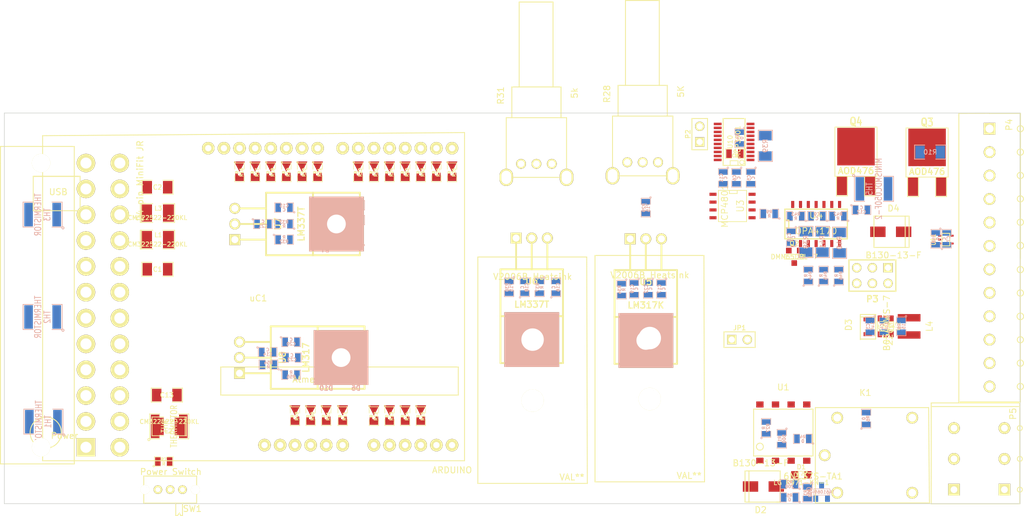
<source format=kicad_pcb>
(kicad_pcb (version 3) (host pcbnew "(2013-07-07 BZR 4022)-stable")
  (title_block (title BenchBudEE) (rev A) (company "Contextual Electronics"))
  (layers (15 F.Cu signal) (2 PWR power) (1 GND power) (0 B.Cu signal) (18 B.Paste user) (19 F.Paste user) (20 B.SilkS user) (21 F.SilkS user) (22 B.Mask user) (23 F.Mask user) (28 Edge.Cuts user))
  (net 0 "")
  (net 1 +12C)
  (net 2 +12P)
  (net 3 +12V)
  (net 4 +3.3V)
  (net 5 +5V)
  (net 6 -12P)
  (net 7 -12V)
  (net 8 /Arduino/CURR_MEAS)
  (net 9 /Arduino/FAN_MODE)
  (net 10 /Arduino/FAN_PWM)
  (net 11 /Arduino/LED_EN_PWM)
  (net 12 /Arduino/MISO)
  (net 13 /Arduino/MOSI)
  (net 14 /Arduino/SCLK)
  (net 15 /Arduino/V+_ADJ_MON)
  (net 16 /Arduino/V-_ADJ_MON)
  (net 17 /Arduino/~ADC_CS)
  (net 18 /Arduino/~DR)
  (net 19 /Arduino/~LDAC)
  (net 20 /Arduino/~RESET)
  (net 21 /Arduino/~SHDN)
  (net 22 /Fan/CS_N)
  (net 23 /Fan/FAN_OUT+)
  (net 24 /Fan/FAN_OUT-)
  (net 25 /Fan/TACH_IN)
  (net 26 /LED_Driver/LED_STRING+)
  (net 27 /LED_Driver/LED_STRING-)
  (net 28 /PowerAdjustmentMonitor/V+_ADJ)
  (net 29 /PowerAdjustmentMonitor/V-_ADJ)
  (net 30 /Relay/REALY_COM)
  (net 31 /Relay/RELAY+)
  (net 32 /Relay/RELAY-)
  (net 33 /Relay/RELAY_NC)
  (net 34 /Relay/RELAY_NO)
  (net 35 /Thermocouple/CH0-)
  (net 36 /Thermocouple/CH1+)
  (net 37 /Thermocouple/CH1-)
  (net 38 /Thermocouple/CHO+)
  (net 39 "/Thermocouple/TC IN +")
  (net 40 "/Thermocouple/TC IN -")
  (net 41 AGND)
  (net 42 FE_V+)
  (net 43 FE_V-)
  (net 44 GND)
  (net 45 N-00000103)
  (net 46 N-00000108)
  (net 47 N-00000110)
  (net 48 N-00000118)
  (net 49 N-00000119)
  (net 50 N-00000121)
  (net 51 N-00000122)
  (net 52 N-00000123)
  (net 53 N-00000124)
  (net 54 N-00000125)
  (net 55 N-00000129)
  (net 56 N-00000130)
  (net 57 N-00000131)
  (net 58 N-00000132)
  (net 59 N-00000133)
  (net 60 N-00000134)
  (net 61 N-00000135)
  (net 62 N-00000136)
  (net 63 N-00000137)
  (net 64 N-0000034)
  (net 65 N-0000035)
  (net 66 N-0000036)
  (net 67 N-0000037)
  (net 68 N-0000038)
  (net 69 N-0000040)
  (net 70 N-0000041)
  (net 71 N-0000042)
  (net 72 N-0000043)
  (net 73 N-0000044)
  (net 74 N-0000045)
  (net 75 N-0000046)
  (net 76 N-0000047)
  (net 77 N-0000049)
  (net 78 N-0000050)
  (net 79 N-0000051)
  (net 80 N-0000052)
  (net 81 N-0000060)
  (net 82 N-0000061)
  (net 83 N-0000062)
  (net 84 N-0000063)
  (net 85 N-0000066)
  (net 86 N-0000067)
  (net 87 N-0000070)
  (net 88 N-0000071)
  (net 89 N-0000072)
  (net 90 N-0000073)
  (net 91 N-0000074)
  (net 92 N-0000075)
  (net 93 N-0000076)
  (net 94 N-0000082)
  (net 95 N-0000083)
  (net 96 N-0000086)
  (net 97 N-0000087)
  (net 98 N-0000088)
  (net 99 N-0000089)
  (net 100 N-0000090)
  (net 101 N-0000091)
  (net 102 N-0000093)
  (net 103 N-0000094)
  (module TE-SPDT (layer F.Cu) (at 269.748 158.623)
    (fp_text reference K1 (at 4.572 -16.256) (layer F.SilkS))
    (fp_text value 1461069-5 hide)
    (pad 5 thru_hole circle (at 0 0) (size 1.905 1.905) (drill 1.27) (layers *.Cu *.Mask F.SilkS) (net 98 N-0000088))
    (pad 4 thru_hole circle (at 12.192 0) (size 1.905 1.905) (drill 1.27) (layers *.Cu *.Mask F.SilkS) (net 33 /Relay/RELAY_NC))
    (pad 3 thru_hole circle (at 12.192 -12.192) (size 1.905 1.905) (drill 1.27) (layers *.Cu *.Mask F.SilkS) (net 34 /Relay/RELAY_NO))
    (pad 2 thru_hole circle (at 0 -12.192) (size 1.905 1.905) (drill 1.27) (layers *.Cu *.Mask F.SilkS) (net 97 N-0000087))
    (pad 1 thru_hole circle (at -2.032 -6.096) (size 1.905 1.905) (drill 1.27) (layers *.Cu *.Mask F.SilkS) (net 30 /Relay/REALY_COM))
  )
  (module SOT23 (layer B.Cu) (at 267.208 158.496 180)
    (fp_text reference Q1 (at 1.99898 0.09906 450) (layer B.SilkS) (effects (font (size 0.762 0.762) (thickness 0.11938)) (justify mirror)))
    (fp_text value 1461069-5 (at 0.0635 0 180) (layer B.SilkS) (effects (font (size 0.50038 0.50038) (thickness 0.09906)) (justify mirror)))
    (pad 3 smd rect (at 0 1.09982 180) (size 0.8001 1.00076) (layers B.Cu B.Paste B.Mask) (net 98 N-0000088))
    (pad 2 smd rect (at 0.9525 -1.09982 180) (size 0.8001 1.00076) (layers B.Cu B.Paste B.Mask) (net 102 N-0000093))
    (pad 1 smd rect (at -0.9525 -1.09982 180) (size 0.8001 1.00076) (layers B.Cu B.Paste B.Mask) (net 101 N-0000091))
  )
  (module SMA (layer F.Cu) (at 259.842 157.607 180)
    (fp_text reference D2 (at 2.54 -3.81 180) (layer F.SilkS))
    (fp_text value B130-13-F (at 2.54 3.81 180) (layer F.SilkS))
    (pad 1 smd rect (at 0 0 180) (size 2.5 1.7) (layers F.Cu F.Paste F.Mask) (net 98 N-0000088))
    (pad 2 smd rect (at 4.191 0 180) (size 2.5 1.7) (layers F.Cu F.Paste F.Mask) (net 97 N-0000087))
  )
  (module SM0805 (layer B.Cu) (at 262.001 159.385 180)
    (fp_text reference R5 (at 0 0.3175 180) (layer B.SilkS) (effects (font (size 0.50038 0.50038) (thickness 0.10922)) (justify mirror)))
    (fp_text value 0 (at 0 -0.381 180) (layer B.SilkS) (effects (font (size 0.50038 0.50038) (thickness 0.10922)) (justify mirror)))
    (pad 1 smd rect (at -0.9525 0 180) (size 0.889 1.397) (layers B.Cu B.Paste B.Mask) (net 101 N-0000091))
    (pad 2 smd rect (at 0.9525 0 180) (size 0.889 1.397) (layers B.Cu B.Paste B.Mask) (net 44 GND))
  )
  (module SM0805 (layer B.Cu) (at 274.447 146.558 90)
    (fp_text reference R6 (at 0 0.3175 90) (layer B.SilkS) (effects (font (size 0.50038 0.50038) (thickness 0.10922)) (justify mirror)))
    (fp_text value 0 (at 0 -0.381 90) (layer B.SilkS) (effects (font (size 0.50038 0.50038) (thickness 0.10922)) (justify mirror)))
    (pad 1 smd rect (at -0.9525 0 90) (size 0.889 1.397) (layers B.Cu B.Paste B.Mask) (net 3 +12V))
    (pad 2 smd rect (at 0.9525 0 90) (size 0.889 1.397) (layers B.Cu B.Paste B.Mask) (net 97 N-0000087))
  )
  (module SM0805 (layer B.Cu) (at 260.731 149.86 270)
    (fp_text reference R1 (at 0 0.3175 270) (layer B.SilkS) (effects (font (size 0.50038 0.50038) (thickness 0.10922)) (justify mirror)))
    (fp_text value 500 (at 0 -0.381 270) (layer B.SilkS) (effects (font (size 0.50038 0.50038) (thickness 0.10922)) (justify mirror)))
    (pad 1 smd rect (at -0.9525 0 270) (size 0.889 1.397) (layers B.Cu B.Paste B.Mask) (net 32 /Relay/RELAY-))
    (pad 2 smd rect (at 0.9525 0 270) (size 0.889 1.397) (layers B.Cu B.Paste B.Mask) (net 96 N-0000086))
  )
  (module SM0805 (layer B.Cu) (at 264.16 149.86 180)
    (fp_text reference R4 (at 0 0.3175 180) (layer B.SilkS) (effects (font (size 0.50038 0.50038) (thickness 0.10922)) (justify mirror)))
    (fp_text value 0 (at 0 -0.381 180) (layer B.SilkS) (effects (font (size 0.50038 0.50038) (thickness 0.10922)) (justify mirror)))
    (pad 1 smd rect (at -0.9525 0 180) (size 0.889 1.397) (layers B.Cu B.Paste B.Mask) (net 3 +12V))
    (pad 2 smd rect (at 0.9525 0 180) (size 0.889 1.397) (layers B.Cu B.Paste B.Mask) (net 100 N-0000090))
  )
  (module SM0805 (layer B.Cu) (at 262.001 157.226 180)
    (fp_text reference R2 (at 0 0.3175 180) (layer B.SilkS) (effects (font (size 0.50038 0.50038) (thickness 0.10922)) (justify mirror)))
    (fp_text value 200 (at 0 -0.381 180) (layer B.SilkS) (effects (font (size 0.50038 0.50038) (thickness 0.10922)) (justify mirror)))
    (pad 1 smd rect (at -0.9525 0 180) (size 0.889 1.397) (layers B.Cu B.Paste B.Mask) (net 99 N-0000089))
    (pad 2 smd rect (at 0.9525 0 180) (size 0.889 1.397) (layers B.Cu B.Paste B.Mask) (net 44 GND))
  )
  (module SM0805 (layer B.Cu) (at 264.922 158.623 270)
    (fp_text reference R3 (at 0 0.3175 270) (layer B.SilkS) (effects (font (size 0.50038 0.50038) (thickness 0.10922)) (justify mirror)))
    (fp_text value 100 (at 0 -0.381 270) (layer B.SilkS) (effects (font (size 0.50038 0.50038) (thickness 0.10922)) (justify mirror)))
    (pad 1 smd rect (at -0.9525 0 270) (size 0.889 1.397) (layers B.Cu B.Paste B.Mask) (net 103 N-0000094))
    (pad 2 smd rect (at 0.9525 0 270) (size 0.889 1.397) (layers B.Cu B.Paste B.Mask) (net 102 N-0000093))
  )
  (module LED-0805 (layer F.Cu) (at 263.906 155.702)
    (fp_text reference D1 (at 0 -1.27) (layer F.SilkS) (effects (font (size 0.762 0.762) (thickness 0.127))))
    (fp_text value "LG R971-KN-1" (at 0 1.27) (layer F.SilkS) (effects (font (size 0.762 0.762) (thickness 0.127))))
    (pad 1 smd rect (at -1.04902 0) (size 1.19888 1.19888) (layers F.Cu F.Paste F.Mask) (net 103 N-0000094))
    (pad 2 smd rect (at 1.04902 0) (size 1.19888 1.19888) (layers F.Cu F.Paste F.Mask) (net 99 N-0000089))
  )
  (module 8-SMD (layer F.Cu) (at 257.175 153.416)
    (fp_text reference U1 (at 3.81 -11.938) (layer F.SilkS))
    (fp_text value 6N137S-TA1 (at 8.636 2.54) (layer F.SilkS))
    (pad 1 smd rect (at 0 0) (size 1.1938 0.9906) (layers F.Cu F.Paste F.Mask) (net 31 /Relay/RELAY+))
    (pad 2 smd rect (at 2.54 0) (size 1.1938 0.9906) (layers F.Cu F.Paste F.Mask) (net 96 N-0000086))
    (pad 3 smd rect (at 5.08 0) (size 1.1938 0.9906) (layers F.Cu F.Paste F.Mask) (net 103 N-0000094))
    (pad 4 smd rect (at 7.62 0) (size 1.1938 0.9906) (layers F.Cu F.Paste F.Mask) (net 100 N-0000090))
    (pad 5 smd rect (at 7.62 -9.144) (size 1.1938 0.9906) (layers F.Cu F.Paste F.Mask))
    (pad 6 smd rect (at 5.08 -9.144) (size 1.1938 0.9906) (layers F.Cu F.Paste F.Mask))
    (pad 7 smd rect (at 2.54 -9.144) (size 1.1938 0.9906) (layers F.Cu F.Paste F.Mask))
    (pad 8 smd rect (at 0 -9.144) (size 1.1938 0.9906) (layers F.Cu F.Paste F.Mask))
  )
  (module SOT353 (layer F.Cu) (at 287.401 117.475)
    (fp_text reference U11 (at -2.032 0 90) (layer F.SilkS) (effects (font (size 0.762 0.635) (thickness 0.127))))
    (fp_text value LMT84 hide)
    (pad 1 smd rect (at -1.016 -0.635) (size 0.508 0.3048) (layers F.Cu F.Paste F.Mask) (net 41 AGND))
    (pad 3 smd rect (at -1.016 0.635) (size 0.508 0.3048) (layers F.Cu F.Paste F.Mask) (net 36 /Thermocouple/CH1+))
    (pad 5 smd rect (at 1.016 -0.635) (size 0.508 0.3048) (layers F.Cu F.Paste F.Mask) (net 41 AGND))
    (pad 2 smd rect (at -1.016 0) (size 0.508 0.3048) (layers F.Cu F.Paste F.Mask) (net 41 AGND))
    (pad 4 smd rect (at 1.016 0.635) (size 0.508 0.3048) (layers F.Cu F.Paste F.Mask) (net 5 +5V))
  )
  (module SO14N (layer F.Cu) (at 266.319 114.808)
    (fp_text reference U4 (at 0 -1.27) (layer F.SilkS) (effects (font (size 1.016 1.143) (thickness 0.127))))
    (fp_text value OPA4170 (at 0 1.27) (layer F.SilkS) (effects (font (size 1.016 1.016) (thickness 0.127))))
    (pad 1 smd rect (at -3.81 3.302) (size 0.508 1.143) (layers F.Cu F.Paste F.Mask) (net 38 /Thermocouple/CHO+))
    (pad 2 smd rect (at -2.54 3.302) (size 0.508 1.143) (layers F.Cu F.Paste F.Mask) (net 92 N-0000075))
    (pad 3 smd rect (at -1.27 3.302) (size 0.508 1.143) (layers F.Cu F.Paste F.Mask) (net 93 N-0000076))
    (pad 4 smd rect (at 0 3.302) (size 0.508 1.143) (layers F.Cu F.Paste F.Mask) (net 3 +12V))
    (pad 5 smd rect (at 1.27 3.302) (size 0.508 1.143) (layers F.Cu F.Paste F.Mask) (net 52 N-00000123))
    (pad 6 smd rect (at 2.54 3.302) (size 0.508 1.143) (layers F.Cu F.Paste F.Mask) (net 8 /Arduino/CURR_MEAS))
    (pad 7 smd rect (at 3.81 3.302) (size 0.508 1.143) (layers F.Cu F.Paste F.Mask) (net 51 N-00000122))
    (pad 8 smd rect (at 3.81 -3.048) (size 0.508 1.143) (layers F.Cu F.Paste F.Mask) (net 91 N-0000074))
    (pad 9 smd rect (at 2.54 -3.048) (size 0.508 1.143) (layers F.Cu F.Paste F.Mask) (net 95 N-0000083))
    (pad 11 smd rect (at 0 -3.048) (size 0.508 1.143) (layers F.Cu F.Paste F.Mask) (net 7 -12V))
    (pad 12 smd rect (at -1.27 -3.048) (size 0.508 1.143) (layers F.Cu F.Paste F.Mask) (net 40 "/Thermocouple/TC IN -"))
    (pad 13 smd rect (at -2.54 -3.048) (size 0.508 1.143) (layers F.Cu F.Paste F.Mask) (net 94 N-0000082))
    (pad 14 smd rect (at -3.81 -3.048) (size 0.508 1.143) (layers F.Cu F.Paste F.Mask) (net 90 N-0000073))
    (pad 10 smd rect (at 1.27 -3.048) (size 0.508 1.143) (layers F.Cu F.Paste F.Mask) (net 39 "/Thermocouple/TC IN +"))
  )
  (module SM1206 (layer B.Cu) (at 270.129 117.983 90)
    (fp_text reference R40 (at 0 0 90) (layer B.SilkS) (effects (font (size 0.762 0.762) (thickness 0.127)) (justify mirror)))
    (fp_text value R hide)
    (pad 1 smd rect (at -1.651 0 90) (size 1.524 2.032) (layers B.Cu B.Paste B.Mask) (net 92 N-0000075))
    (pad 2 smd rect (at 1.651 0 90) (size 1.524 2.032) (layers B.Cu B.Paste B.Mask) (net 91 N-0000074))
  )
  (module SM1206 (layer B.Cu) (at 267.335 117.856 90)
    (fp_text reference R41 (at 0 0 90) (layer B.SilkS) (effects (font (size 0.762 0.762) (thickness 0.127)) (justify mirror)))
    (fp_text value R hide)
    (pad 1 smd rect (at -1.651 0 90) (size 1.524 2.032) (layers B.Cu B.Paste B.Mask) (net 93 N-0000076))
    (pad 2 smd rect (at 1.651 0 90) (size 1.524 2.032) (layers B.Cu B.Paste B.Mask) (net 90 N-0000073))
  )
  (module SM1206 (layer B.Cu) (at 258.064 102.235 270)
    (fp_text reference R39 (at 0 0 270) (layer B.SilkS) (effects (font (size 0.762 0.762) (thickness 0.127)) (justify mirror)))
    (fp_text value R hide)
    (pad 1 smd rect (at -1.651 0 270) (size 1.524 2.032) (layers B.Cu B.Paste B.Mask) (net 38 /Thermocouple/CHO+))
    (pad 2 smd rect (at 1.651 0 270) (size 1.524 2.032) (layers B.Cu B.Paste B.Mask) (net 92 N-0000075))
  )
  (module SM1206 (layer B.Cu) (at 264.668 117.856 270)
    (fp_text reference R38 (at 0 0 270) (layer B.SilkS) (effects (font (size 0.762 0.762) (thickness 0.127)) (justify mirror)))
    (fp_text value R hide)
    (pad 1 smd rect (at -1.651 0 270) (size 1.524 2.032) (layers B.Cu B.Paste B.Mask) (net 41 AGND))
    (pad 2 smd rect (at 1.651 0 270) (size 1.524 2.032) (layers B.Cu B.Paste B.Mask) (net 93 N-0000076))
  )
  (module SM0805 (layer B.Cu) (at 255.7145 107.442 270)
    (fp_text reference C5 (at 0 0.3175 270) (layer B.SilkS) (effects (font (size 0.50038 0.50038) (thickness 0.10922)) (justify mirror)))
    (fp_text value C (at 0 -0.381 270) (layer B.SilkS) (effects (font (size 0.50038 0.50038) (thickness 0.10922)) (justify mirror)))
    (pad 1 smd rect (at -0.9525 0 270) (size 0.889 1.397) (layers B.Cu B.Paste B.Mask) (net 5 +5V))
    (pad 2 smd rect (at 0.9525 0 270) (size 0.889 1.397) (layers B.Cu B.Paste B.Mask) (net 41 AGND))
  )
  (module SM0805 (layer B.Cu) (at 253.365 107.442 270)
    (fp_text reference C6 (at 0 0.3175 270) (layer B.SilkS) (effects (font (size 0.50038 0.50038) (thickness 0.10922)) (justify mirror)))
    (fp_text value C (at 0 -0.381 270) (layer B.SilkS) (effects (font (size 0.50038 0.50038) (thickness 0.10922)) (justify mirror)))
    (pad 1 smd rect (at -0.9525 0 270) (size 0.889 1.397) (layers B.Cu B.Paste B.Mask) (net 5 +5V))
    (pad 2 smd rect (at 0.9525 0 270) (size 0.889 1.397) (layers B.Cu B.Paste B.Mask) (net 41 AGND))
  )
  (module SM0805 (layer B.Cu) (at 266.446 113.665 180)
    (fp_text reference C9 (at 0 0.3175 180) (layer B.SilkS) (effects (font (size 0.50038 0.50038) (thickness 0.10922)) (justify mirror)))
    (fp_text value C (at 0 -0.381 180) (layer B.SilkS) (effects (font (size 0.50038 0.50038) (thickness 0.10922)) (justify mirror)))
    (pad 1 smd rect (at -0.9525 0 180) (size 0.889 1.397) (layers B.Cu B.Paste B.Mask) (net 41 AGND))
    (pad 2 smd rect (at 0.9525 0 180) (size 0.889 1.397) (layers B.Cu B.Paste B.Mask) (net 7 -12V))
  )
  (module SM0805 (layer B.Cu) (at 262.255 117.094 270)
    (fp_text reference C10 (at 0 0.3175 270) (layer B.SilkS) (effects (font (size 0.50038 0.50038) (thickness 0.10922)) (justify mirror)))
    (fp_text value C (at 0 -0.381 270) (layer B.SilkS) (effects (font (size 0.50038 0.50038) (thickness 0.10922)) (justify mirror)))
    (pad 1 smd rect (at -0.9525 0 270) (size 0.889 1.397) (layers B.Cu B.Paste B.Mask) (net 41 AGND))
    (pad 2 smd rect (at 0.9525 0 270) (size 0.889 1.397) (layers B.Cu B.Paste B.Mask) (net 3 +12V))
  )
  (module SM0805 (layer B.Cu) (at 270.002 123.317 90)
    (fp_text reference R46 (at 0 0.3175 90) (layer B.SilkS) (effects (font (size 0.50038 0.50038) (thickness 0.10922)) (justify mirror)))
    (fp_text value R (at 0 -0.381 90) (layer B.SilkS) (effects (font (size 0.50038 0.50038) (thickness 0.10922)) (justify mirror)))
    (pad 1 smd rect (at -0.9525 0 90) (size 0.889 1.397) (layers B.Cu B.Paste B.Mask) (net 94 N-0000082))
    (pad 2 smd rect (at 0.9525 0 90) (size 0.889 1.397) (layers B.Cu B.Paste B.Mask) (net 87 N-0000070))
  )
  (module SM0805 (layer B.Cu) (at 267.5255 123.317 90)
    (fp_text reference R45 (at 0 0.3175 90) (layer B.SilkS) (effects (font (size 0.50038 0.50038) (thickness 0.10922)) (justify mirror)))
    (fp_text value R (at 0 -0.381 90) (layer B.SilkS) (effects (font (size 0.50038 0.50038) (thickness 0.10922)) (justify mirror)))
    (pad 1 smd rect (at -0.9525 0 90) (size 0.889 1.397) (layers B.Cu B.Paste B.Mask) (net 94 N-0000082))
    (pad 2 smd rect (at 0.9525 0 90) (size 0.889 1.397) (layers B.Cu B.Paste B.Mask) (net 88 N-0000071))
  )
  (module SM0805 (layer B.Cu) (at 287.528 117.348 90)
    (fp_text reference C7 (at 0 0.3175 90) (layer B.SilkS) (effects (font (size 0.50038 0.50038) (thickness 0.10922)) (justify mirror)))
    (fp_text value C (at 0 -0.381 90) (layer B.SilkS) (effects (font (size 0.50038 0.50038) (thickness 0.10922)) (justify mirror)))
    (pad 1 smd rect (at -0.9525 0 90) (size 0.889 1.397) (layers B.Cu B.Paste B.Mask) (net 5 +5V))
    (pad 2 smd rect (at 0.9525 0 90) (size 0.889 1.397) (layers B.Cu B.Paste B.Mask) (net 41 AGND))
  )
  (module SM0805 (layer F.Cu) (at 253.111 103.505 180)
    (fp_text reference C8 (at 0 -0.3175 180) (layer F.SilkS) (effects (font (size 0.50038 0.50038) (thickness 0.10922))))
    (fp_text value C (at 0 0.381 180) (layer F.SilkS) (effects (font (size 0.50038 0.50038) (thickness 0.10922))))
    (pad 1 smd rect (at -0.9525 0 180) (size 0.889 1.397) (layers F.Cu F.Paste F.Mask) (net 38 /Thermocouple/CHO+))
    (pad 2 smd rect (at 0.9525 0 180) (size 0.889 1.397) (layers F.Cu F.Paste F.Mask) (net 35 /Thermocouple/CH0-))
  )
  (module SM0805 (layer B.Cu) (at 269.875 113.665 180)
    (fp_text reference R42 (at 0 0.3175 180) (layer B.SilkS) (effects (font (size 0.50038 0.50038) (thickness 0.10922)) (justify mirror)))
    (fp_text value R (at 0 -0.381 180) (layer B.SilkS) (effects (font (size 0.50038 0.50038) (thickness 0.10922)) (justify mirror)))
    (pad 1 smd rect (at -0.9525 0 180) (size 0.889 1.397) (layers B.Cu B.Paste B.Mask) (net 91 N-0000074))
    (pad 2 smd rect (at 0.9525 0 180) (size 0.889 1.397) (layers B.Cu B.Paste B.Mask) (net 95 N-0000083))
  )
  (module pin_array_3x2 (layer F.Cu) (at 275.463 123.317 180)
    (fp_text reference P3 (at 0 -3.81 180) (layer F.SilkS) (effects (font (size 1.016 1.016) (thickness 0.2032))))
    (fp_text value CONN_3X2 hide)
    (pad 1 thru_hole rect (at -2.54 1.27 180) (size 1.524 1.524) (drill 1.016) (layers *.Cu *.Mask F.SilkS) (net 95 N-0000083))
    (pad 2 thru_hole circle (at -2.54 -1.27 180) (size 1.524 1.524) (drill 1.016) (layers *.Cu *.Mask F.SilkS) (net 87 N-0000070))
    (pad 3 thru_hole circle (at 0 1.27 180) (size 1.524 1.524) (drill 1.016) (layers *.Cu *.Mask F.SilkS) (net 95 N-0000083))
    (pad 4 thru_hole circle (at 0 -1.27 180) (size 1.524 1.524) (drill 1.016) (layers *.Cu *.Mask F.SilkS) (net 88 N-0000071))
    (pad 5 thru_hole circle (at 2.54 1.27 180) (size 1.524 1.524) (drill 1.016) (layers *.Cu *.Mask F.SilkS) (net 95 N-0000083))
    (pad 6 thru_hole circle (at 2.54 -1.27 180) (size 1.524 1.524) (drill 1.016) (layers *.Cu *.Mask F.SilkS) (net 89 N-0000072))
  )
  (module PIN_ARRAY_2X1 (layer F.Cu) (at 247.396 100.33 90)
    (fp_text reference P2 (at 0 -1.905 90) (layer F.SilkS) (effects (font (size 0.762 0.762) (thickness 0.1524))))
    (fp_text value CONN_2 hide)
    (pad 1 thru_hole rect (at -1.27 0 90) (size 1.524 1.524) (drill 1.016) (layers *.Cu *.Mask F.SilkS) (net 85 N-0000066))
    (pad 2 thru_hole circle (at 1.27 0 90) (size 1.524 1.524) (drill 1.016) (layers *.Cu *.Mask F.SilkS) (net 86 N-0000067))
  )
  (module SSOP20 (layer F.Cu) (at 252.984 101.6 90)
    (fp_text reference U10 (at 0 -0.635 90) (layer F.SilkS) (effects (font (size 0.762 0.762) (thickness 0.127))))
    (fp_text value MCP3901 (at 0 0.635 90) (layer F.SilkS) (effects (font (size 0.762 0.762) (thickness 0.127))))
    (pad 1 smd rect (at -2.921 2.667 90) (size 0.4064 1.27) (layers F.Cu F.Paste F.Mask) (net 20 /Arduino/~RESET))
    (pad 2 smd rect (at -2.286 2.667 90) (size 0.4064 1.27) (layers F.Cu F.Paste F.Mask) (net 5 +5V))
    (pad 3 smd rect (at -1.6256 2.667 90) (size 0.4064 1.27) (layers F.Cu F.Paste F.Mask) (net 5 +5V))
    (pad 4 smd rect (at -0.9652 2.667 90) (size 0.4064 1.27) (layers F.Cu F.Paste F.Mask) (net 38 /Thermocouple/CHO+))
    (pad 5 smd rect (at -0.3302 2.667 90) (size 0.4064 1.27) (layers F.Cu F.Paste F.Mask) (net 35 /Thermocouple/CH0-))
    (pad 6 smd rect (at 0.3302 2.667 90) (size 0.4064 1.27) (layers F.Cu F.Paste F.Mask) (net 37 /Thermocouple/CH1-))
    (pad 7 smd rect (at 0.9906 2.667 90) (size 0.4064 1.27) (layers F.Cu F.Paste F.Mask) (net 36 /Thermocouple/CH1+))
    (pad 8 smd rect (at 1.6256 2.667 90) (size 0.4064 1.27) (layers F.Cu F.Paste F.Mask) (net 41 AGND))
    (pad 9 smd rect (at 2.286 2.667 90) (size 0.4064 1.27) (layers F.Cu F.Paste F.Mask))
    (pad 10 smd rect (at 2.921 2.667 90) (size 0.4064 1.27) (layers F.Cu F.Paste F.Mask))
    (pad 11 smd rect (at 2.921 -2.667 90) (size 0.4064 1.27) (layers F.Cu F.Paste F.Mask) (net 41 AGND))
    (pad 12 smd rect (at 2.286 -2.667 90) (size 0.4064 1.27) (layers F.Cu F.Paste F.Mask) (net 86 N-0000067))
    (pad 13 smd rect (at 1.6256 -2.667 90) (size 0.4064 1.27) (layers F.Cu F.Paste F.Mask) (net 85 N-0000066))
    (pad 14 smd rect (at 0.9906 -2.667 90) (size 0.4064 1.27) (layers F.Cu F.Paste F.Mask) (net 18 /Arduino/~DR))
    (pad 15 smd rect (at 0.3302 -2.667 90) (size 0.4064 1.27) (layers F.Cu F.Paste F.Mask))
    (pad 16 smd rect (at -0.3302 -2.667 90) (size 0.4064 1.27) (layers F.Cu F.Paste F.Mask))
    (pad 17 smd rect (at -0.9652 -2.667 90) (size 0.4064 1.27) (layers F.Cu F.Paste F.Mask) (net 17 /Arduino/~ADC_CS))
    (pad 18 smd rect (at -1.6256 -2.667 90) (size 0.4064 1.27) (layers F.Cu F.Paste F.Mask) (net 14 /Arduino/SCLK))
    (pad 19 smd rect (at -2.286 -2.667 90) (size 0.4064 1.27) (layers F.Cu F.Paste F.Mask) (net 12 /Arduino/MISO))
    (pad 20 smd rect (at -2.921 -2.667 90) (size 0.4064 1.27) (layers F.Cu F.Paste F.Mask) (net 13 /Arduino/MOSI))
  )
  (module SM0805 (layer B.Cu) (at 253.873 100.965 270)
    (fp_text reference R47 (at 0 0.3175 270) (layer B.SilkS) (effects (font (size 0.50038 0.50038) (thickness 0.10922)) (justify mirror)))
    (fp_text value 0 (at 0 -0.381 270) (layer B.SilkS) (effects (font (size 0.50038 0.50038) (thickness 0.10922)) (justify mirror)))
    (pad 1 smd rect (at -0.9525 0 270) (size 0.889 1.397) (layers B.Cu B.Paste B.Mask) (net 41 AGND))
    (pad 2 smd rect (at 0.9525 0 270) (size 0.889 1.397) (layers B.Cu B.Paste B.Mask) (net 35 /Thermocouple/CH0-))
  )
  (module SM0805 (layer B.Cu) (at 285.75 117.348 270)
    (fp_text reference R48 (at 0 0.3175 270) (layer B.SilkS) (effects (font (size 0.50038 0.50038) (thickness 0.10922)) (justify mirror)))
    (fp_text value 0 (at 0 -0.381 270) (layer B.SilkS) (effects (font (size 0.50038 0.50038) (thickness 0.10922)) (justify mirror)))
    (pad 1 smd rect (at -0.9525 0 270) (size 0.889 1.397) (layers B.Cu B.Paste B.Mask) (net 37 /Thermocouple/CH1-))
    (pad 2 smd rect (at 0.9525 0 270) (size 0.889 1.397) (layers B.Cu B.Paste B.Mask) (net 41 AGND))
  )
  (module SM0805 (layer B.Cu) (at 265.049 123.317 90)
    (fp_text reference R44 (at 0 0.3175 90) (layer B.SilkS) (effects (font (size 0.50038 0.50038) (thickness 0.10922)) (justify mirror)))
    (fp_text value R (at 0 -0.381 90) (layer B.SilkS) (effects (font (size 0.50038 0.50038) (thickness 0.10922)) (justify mirror)))
    (pad 1 smd rect (at -0.9525 0 90) (size 0.889 1.397) (layers B.Cu B.Paste B.Mask) (net 94 N-0000082))
    (pad 2 smd rect (at 0.9525 0 90) (size 0.889 1.397) (layers B.Cu B.Paste B.Mask) (net 89 N-0000072))
  )
  (module SM0805 (layer B.Cu) (at 263.017 113.665 180)
    (fp_text reference R43 (at 0 0.3175 180) (layer B.SilkS) (effects (font (size 0.50038 0.50038) (thickness 0.10922)) (justify mirror)))
    (fp_text value R (at 0 -0.381 180) (layer B.SilkS) (effects (font (size 0.50038 0.50038) (thickness 0.10922)) (justify mirror)))
    (pad 1 smd rect (at -0.9525 0 180) (size 0.889 1.397) (layers B.Cu B.Paste B.Mask) (net 94 N-0000082))
    (pad 2 smd rect (at 0.9525 0 180) (size 0.889 1.397) (layers B.Cu B.Paste B.Mask) (net 90 N-0000073))
  )
  (module 3pinPhoenixTerminalBlock (layer F.Cu) (at 296.926 158.115 90)
    (fp_text reference P5 (at 12.319 1.397 90) (layer F.SilkS))
    (fp_text value "3 Pin TB" hide)
    (pad 1 thru_hole rect (at 0 0 90) (size 1.905 1.905) (drill 1.1) (layers *.Cu *.Mask F.SilkS) (net 34 /Relay/RELAY_NO))
    (pad 1 thru_hole rect (at 0 -8.2 90) (size 1.905 1.905) (drill 1.1) (layers *.Cu *.Mask F.SilkS) (net 34 /Relay/RELAY_NO))
    (pad 2 thru_hole circle (at 5 0 90) (size 1.905 1.905) (drill 1.1) (layers *.Cu *.Mask F.SilkS) (net 30 /Relay/REALY_COM))
    (pad 2 thru_hole circle (at 5 -8.2 90) (size 1.905 1.905) (drill 1.1) (layers *.Cu *.Mask F.SilkS) (net 30 /Relay/REALY_COM))
    (pad 3 thru_hole circle (at 10 0 90) (size 1.905 1.905) (drill 1.1) (layers *.Cu *.Mask F.SilkS) (net 33 /Relay/RELAY_NC))
    (pad 3 thru_hole circle (at 10 -8.2 90) (size 1.905 1.905) (drill 1.1) (layers *.Cu *.Mask F.SilkS) (net 33 /Relay/RELAY_NC))
  )
  (module 12pinPhoenixConnector (layer F.Cu) (at 294.513 141.351 90)
    (fp_text reference P4 (at 42.545 3.175 90) (layer F.SilkS))
    (fp_text value "12 Pin Terminal Block" hide)
    (pad 6 thru_hole circle (at 22.85 0 270) (size 1.905 1.905) (drill 1.3) (layers *.Cu *.Mask F.SilkS) (net 26 /LED_Driver/LED_STRING+))
    (pad 5 thru_hole circle (at 26.66 0 270) (size 1.905 1.905) (drill 1.3) (layers *.Cu *.Mask F.SilkS) (net 29 /PowerAdjustmentMonitor/V-_ADJ))
    (pad 4 thru_hole circle (at 30.47 0 270) (size 1.905 1.905) (drill 1.3) (layers *.Cu *.Mask F.SilkS) (net 28 /PowerAdjustmentMonitor/V+_ADJ))
    (pad 3 thru_hole circle (at 34.28 0 270) (size 1.905 1.905) (drill 1.3) (layers *.Cu *.Mask F.SilkS) (net 44 GND))
    (pad 2 thru_hole circle (at 38.09 0 270) (size 1.905 1.905) (drill 1.3) (layers *.Cu *.Mask F.SilkS) (net 5 +5V))
    (pad 1 thru_hole rect (at 41.9 0 270) (size 1.905 1.905) (drill 1.3) (layers *.Cu *.Mask F.SilkS) (net 4 +3.3V))
    (pad 1 thru_hole circle (at 41.9 0 270) (size 1.905 1.905) (drill 1.3) (layers *.Cu *.Mask F.SilkS) (net 4 +3.3V))
    (pad 2 thru_hole circle (at 38.09 0 270) (size 1.905 1.905) (drill 1.3) (layers *.Cu *.Mask F.SilkS) (net 5 +5V))
    (pad 3 thru_hole circle (at 34.28 0 270) (size 1.905 1.905) (drill 1.3) (layers *.Cu *.Mask F.SilkS) (net 44 GND))
    (pad 4 thru_hole circle (at 30.47 0 270) (size 1.905 1.905) (drill 1.3) (layers *.Cu *.Mask F.SilkS) (net 28 /PowerAdjustmentMonitor/V+_ADJ))
    (pad 5 thru_hole circle (at 26.66 0 270) (size 1.905 1.905) (drill 1.3) (layers *.Cu *.Mask F.SilkS) (net 29 /PowerAdjustmentMonitor/V-_ADJ))
    (pad 6 thru_hole circle (at 22.85 0 270) (size 1.905 1.905) (drill 1.3) (layers *.Cu *.Mask F.SilkS) (net 26 /LED_Driver/LED_STRING+))
    (pad 7 thru_hole circle (at 19.04 0 270) (size 1.905 1.905) (drill 1.3) (layers *.Cu *.Mask F.SilkS) (net 27 /LED_Driver/LED_STRING-))
    (pad 8 thru_hole circle (at 15.23 0 270) (size 1.905 1.905) (drill 1.3) (layers *.Cu *.Mask F.SilkS) (net 23 /Fan/FAN_OUT+))
    (pad 9 thru_hole circle (at 11.42 0 270) (size 1.905 1.905) (drill 1.3) (layers *.Cu *.Mask F.SilkS) (net 24 /Fan/FAN_OUT-))
    (pad 10 thru_hole circle (at 7.61 0 270) (size 1.905 1.905) (drill 1.3) (layers *.Cu *.Mask F.SilkS) (net 25 /Fan/TACH_IN))
    (pad 11 thru_hole circle (at 3.8 0 270) (size 1.905 1.905) (drill 1.3) (layers *.Cu *.Mask F.SilkS) (net 39 "/Thermocouple/TC IN +"))
    (pad 12 thru_hole circle (at -0.01 0 270) (size 1.905 1.905) (drill 1.3) (layers *.Cu *.Mask F.SilkS) (net 40 "/Thermocouple/TC IN -"))
  )
  (module ATX_Header (layer F.Cu) (at 140.335 105.029 270)
    (fp_text reference P1 hide)
    (fp_text value "24 pin MiniFit JR" (at 2.9 -16.1 270) (layer F.SilkS))
    (pad "" np_thru_hole circle (at 0 0 270) (size 3 3) (drill 3) (layers *.Cu *.Mask F.SilkS))
    (pad "" np_thru_hole circle (at 46.2 0 270) (size 3 3) (drill 3) (layers *.Cu *.Mask F.SilkS))
    (pad 1 thru_hole rect (at 46.2 -7.3 270) (size 3 3) (drill 1.8) (layers *.Cu *.Mask F.SilkS))
    (pad 2 thru_hole circle (at 42 -7.3 270) (size 3 3) (drill 1.8) (layers *.Cu *.Mask F.SilkS) (net 47 N-00000110))
    (pad 3 thru_hole circle (at 37.8 -7.3 270) (size 3 3) (drill 1.8) (layers *.Cu *.Mask F.SilkS) (net 44 GND))
    (pad 4 thru_hole circle (at 33.6 -7.3 270) (size 3 3) (drill 1.8) (layers *.Cu *.Mask F.SilkS))
    (pad 5 thru_hole circle (at 29.4 -7.3 270) (size 3 3) (drill 1.8) (layers *.Cu *.Mask F.SilkS) (net 44 GND))
    (pad 6 thru_hole circle (at 25.2 -7.3 270) (size 3 3) (drill 1.8) (layers *.Cu *.Mask F.SilkS) (net 46 N-00000108))
    (pad 7 thru_hole circle (at 21 -7.3 270) (size 3 3) (drill 1.8) (layers *.Cu *.Mask F.SilkS))
    (pad 8 thru_hole circle (at 16.8 -7.3 270) (size 3 3) (drill 1.8) (layers *.Cu *.Mask F.SilkS))
    (pad 9 thru_hole circle (at 12.6 -7.3 270) (size 3 3) (drill 1.8) (layers *.Cu *.Mask F.SilkS))
    (pad 10 thru_hole circle (at 8.4 -7.3 270) (size 3 3) (drill 1.8) (layers *.Cu *.Mask F.SilkS) (net 1 +12C))
    (pad 11 thru_hole circle (at 4.2 -7.3 270) (size 3 3) (drill 1.8) (layers *.Cu *.Mask F.SilkS))
    (pad 12 thru_hole circle (at 0 -7.3 270) (size 3 3) (drill 1.8) (layers *.Cu *.Mask F.SilkS))
    (pad 13 thru_hole circle (at 46.2 -12.8 270) (size 3 3) (drill 1.8) (layers *.Cu *.Mask F.SilkS))
    (pad 14 thru_hole circle (at 42 -12.8 270) (size 3 3) (drill 1.8) (layers *.Cu *.Mask F.SilkS) (net 45 N-00000103))
    (pad 15 thru_hole circle (at 37.8 -12.8 270) (size 3 3) (drill 1.8) (layers *.Cu *.Mask F.SilkS))
    (pad 16 thru_hole circle (at 33.6 -12.8 270) (size 3 3) (drill 1.8) (layers *.Cu *.Mask F.SilkS) (net 48 N-00000118))
    (pad 17 thru_hole circle (at 29.4 -12.8 270) (size 3 3) (drill 1.8) (layers *.Cu *.Mask F.SilkS))
    (pad 18 thru_hole circle (at 25.2 -12.8 270) (size 3 3) (drill 1.8) (layers *.Cu *.Mask F.SilkS))
    (pad 19 thru_hole circle (at 21 -12.8 270) (size 3 3) (drill 1.8) (layers *.Cu *.Mask F.SilkS))
    (pad 20 thru_hole circle (at 16.8 -12.8 270) (size 3 3) (drill 1.8) (layers *.Cu *.Mask F.SilkS))
    (pad 21 thru_hole circle (at 12.6 -12.8 270) (size 3 3) (drill 1.8) (layers *.Cu *.Mask F.SilkS))
    (pad 22 thru_hole circle (at 8.4 -12.8 270) (size 3 3) (drill 1.8) (layers *.Cu *.Mask F.SilkS))
    (pad 23 thru_hole circle (at 4.2 -12.8 270) (size 3 3) (drill 1.8) (layers *.Cu *.Mask F.SilkS))
    (pad 24 thru_hole circle (at 0 -12.8 270) (size 3 3) (drill 1.8) (layers *.Cu *.Mask F.SilkS))
  )
  (module SM0805_blob (layer F.Cu) (at 177.673 106.553 270)
    (fp_text reference R18 (at 0 -0.3175 270) (layer F.SilkS) (effects (font (size 0.50038 0.50038) (thickness 0.10922))))
    (fp_text value R (at 0 0.381 270) (layer F.SilkS) (effects (font (size 0.50038 0.50038) (thickness 0.10922))))
    (pad 1 smd trapezoid (at -0.9525 0 270) (size 1.651 0.889) (rect_delta 0.8636 0) (layers F.Cu F.Paste F.Mask) (net 67 N-0000037))
    (pad 2 smd rect (at 0.9525 0 90) (size 0.889 1.397) (layers F.Cu F.Paste F.Mask) (net 13 /Arduino/MOSI))
    (pad 2 smd trapezoid (at 0.508 -0.381 90) (size 0.889 0.381) (rect_delta 0.254 0) (layers F.Cu F.Paste F.Mask) (net 13 /Arduino/MOSI))
    (pad 2 smd trapezoid (at 0.6096 0.381 90) (size 0.889 0.381) (rect_delta 0.254 0) (layers F.Cu F.Paste F.Mask) (net 13 /Arduino/MOSI))
    (pad 2 smd rect (at 0.5334 0.508 270) (size 0.762 0.381) (layers F.Cu F.Paste F.Mask) (net 13 /Arduino/MOSI))
    (pad 2 smd rect (at 0.4318 -0.508 270) (size 0.762 0.381) (layers F.Cu F.Paste F.Mask) (net 13 /Arduino/MOSI))
  )
  (module SM0805_blob (layer F.Cu) (at 182.753 106.553 270)
    (fp_text reference R20 (at 0 -0.3175 270) (layer F.SilkS) (effects (font (size 0.50038 0.50038) (thickness 0.10922))))
    (fp_text value R (at 0 0.381 270) (layer F.SilkS) (effects (font (size 0.50038 0.50038) (thickness 0.10922))))
    (pad 1 smd trapezoid (at -0.9525 0 270) (size 1.651 0.889) (rect_delta 0.8636 0) (layers F.Cu F.Paste F.Mask) (net 72 N-0000043))
    (pad 2 smd rect (at 0.9525 0 90) (size 0.889 1.397) (layers F.Cu F.Paste F.Mask) (net 11 /Arduino/LED_EN_PWM))
    (pad 2 smd trapezoid (at 0.508 -0.381 90) (size 0.889 0.381) (rect_delta 0.254 0) (layers F.Cu F.Paste F.Mask) (net 11 /Arduino/LED_EN_PWM))
    (pad 2 smd trapezoid (at 0.6096 0.381 90) (size 0.889 0.381) (rect_delta 0.254 0) (layers F.Cu F.Paste F.Mask) (net 11 /Arduino/LED_EN_PWM))
    (pad 2 smd rect (at 0.5334 0.508 270) (size 0.762 0.381) (layers F.Cu F.Paste F.Mask) (net 11 /Arduino/LED_EN_PWM))
    (pad 2 smd rect (at 0.4318 -0.508 270) (size 0.762 0.381) (layers F.Cu F.Paste F.Mask) (net 11 /Arduino/LED_EN_PWM))
  )
  (module SM0805_blob (layer F.Cu) (at 191.897 106.553 270)
    (fp_text reference R22 (at 0 -0.3175 270) (layer F.SilkS) (effects (font (size 0.50038 0.50038) (thickness 0.10922))))
    (fp_text value R (at 0 0.381 270) (layer F.SilkS) (effects (font (size 0.50038 0.50038) (thickness 0.10922))))
    (pad 1 smd trapezoid (at -0.9525 0 270) (size 1.651 0.889) (rect_delta 0.8636 0) (layers F.Cu F.Paste F.Mask) (net 71 N-0000042))
    (pad 2 smd rect (at 0.9525 0 90) (size 0.889 1.397) (layers F.Cu F.Paste F.Mask) (net 22 /Fan/CS_N))
    (pad 2 smd trapezoid (at 0.508 -0.381 90) (size 0.889 0.381) (rect_delta 0.254 0) (layers F.Cu F.Paste F.Mask) (net 22 /Fan/CS_N))
    (pad 2 smd trapezoid (at 0.6096 0.381 90) (size 0.889 0.381) (rect_delta 0.254 0) (layers F.Cu F.Paste F.Mask) (net 22 /Fan/CS_N))
    (pad 2 smd rect (at 0.5334 0.508 270) (size 0.762 0.381) (layers F.Cu F.Paste F.Mask) (net 22 /Fan/CS_N))
    (pad 2 smd rect (at 0.4318 -0.508 270) (size 0.762 0.381) (layers F.Cu F.Paste F.Mask) (net 22 /Fan/CS_N))
  )
  (module SM0805_blob (layer F.Cu) (at 180.213 106.553 270)
    (fp_text reference R19 (at 0 -0.3175 270) (layer F.SilkS) (effects (font (size 0.50038 0.50038) (thickness 0.10922))))
    (fp_text value R (at 0 0.381 270) (layer F.SilkS) (effects (font (size 0.50038 0.50038) (thickness 0.10922))))
    (pad 1 smd trapezoid (at -0.9525 0 270) (size 1.651 0.889) (rect_delta 0.8636 0) (layers F.Cu F.Paste F.Mask) (net 65 N-0000035))
    (pad 2 smd rect (at 0.9525 0 90) (size 0.889 1.397) (layers F.Cu F.Paste F.Mask) (net 10 /Arduino/FAN_PWM))
    (pad 2 smd trapezoid (at 0.508 -0.381 90) (size 0.889 0.381) (rect_delta 0.254 0) (layers F.Cu F.Paste F.Mask) (net 10 /Arduino/FAN_PWM))
    (pad 2 smd trapezoid (at 0.6096 0.381 90) (size 0.889 0.381) (rect_delta 0.254 0) (layers F.Cu F.Paste F.Mask) (net 10 /Arduino/FAN_PWM))
    (pad 2 smd rect (at 0.5334 0.508 270) (size 0.762 0.381) (layers F.Cu F.Paste F.Mask) (net 10 /Arduino/FAN_PWM))
    (pad 2 smd rect (at 0.4318 -0.508 270) (size 0.762 0.381) (layers F.Cu F.Paste F.Mask) (net 10 /Arduino/FAN_PWM))
  )
  (module SM0805_blob (layer F.Cu) (at 204.597 106.553 270)
    (fp_text reference R25 (at 0 -0.3175 270) (layer F.SilkS) (effects (font (size 0.50038 0.50038) (thickness 0.10922))))
    (fp_text value R (at 0 0.381 270) (layer F.SilkS) (effects (font (size 0.50038 0.50038) (thickness 0.10922))))
    (pad 1 smd trapezoid (at -0.9525 0 270) (size 1.651 0.889) (rect_delta 0.8636 0) (layers F.Cu F.Paste F.Mask) (net 64 N-0000034))
    (pad 2 smd rect (at 0.9525 0 90) (size 0.889 1.397) (layers F.Cu F.Paste F.Mask) (net 31 /Relay/RELAY+))
    (pad 2 smd trapezoid (at 0.508 -0.381 90) (size 0.889 0.381) (rect_delta 0.254 0) (layers F.Cu F.Paste F.Mask) (net 31 /Relay/RELAY+))
    (pad 2 smd trapezoid (at 0.6096 0.381 90) (size 0.889 0.381) (rect_delta 0.254 0) (layers F.Cu F.Paste F.Mask) (net 31 /Relay/RELAY+))
    (pad 2 smd rect (at 0.5334 0.508 270) (size 0.762 0.381) (layers F.Cu F.Paste F.Mask) (net 31 /Relay/RELAY+))
    (pad 2 smd rect (at 0.4318 -0.508 270) (size 0.762 0.381) (layers F.Cu F.Paste F.Mask) (net 31 /Relay/RELAY+))
  )
  (module SM0805_blob (layer F.Cu) (at 185.293 106.553 270)
    (fp_text reference R21 (at 0 -0.3175 270) (layer F.SilkS) (effects (font (size 0.50038 0.50038) (thickness 0.10922))))
    (fp_text value R (at 0 0.381 270) (layer F.SilkS) (effects (font (size 0.50038 0.50038) (thickness 0.10922))))
    (pad 1 smd trapezoid (at -0.9525 0 270) (size 1.651 0.889) (rect_delta 0.8636 0) (layers F.Cu F.Paste F.Mask) (net 66 N-0000036))
    (pad 2 smd rect (at 0.9525 0 90) (size 0.889 1.397) (layers F.Cu F.Paste F.Mask) (net 17 /Arduino/~ADC_CS))
    (pad 2 smd trapezoid (at 0.508 -0.381 90) (size 0.889 0.381) (rect_delta 0.254 0) (layers F.Cu F.Paste F.Mask) (net 17 /Arduino/~ADC_CS))
    (pad 2 smd trapezoid (at 0.6096 0.381 90) (size 0.889 0.381) (rect_delta 0.254 0) (layers F.Cu F.Paste F.Mask) (net 17 /Arduino/~ADC_CS))
    (pad 2 smd rect (at 0.5334 0.508 270) (size 0.762 0.381) (layers F.Cu F.Paste F.Mask) (net 17 /Arduino/~ADC_CS))
    (pad 2 smd rect (at 0.4318 -0.508 270) (size 0.762 0.381) (layers F.Cu F.Paste F.Mask) (net 17 /Arduino/~ADC_CS))
  )
  (module SM0805_blob (layer F.Cu) (at 189.357 146.177 270)
    (fp_text reference R11 (at 0 -0.3175 270) (layer F.SilkS) (effects (font (size 0.50038 0.50038) (thickness 0.10922))))
    (fp_text value R (at 0 0.381 270) (layer F.SilkS) (effects (font (size 0.50038 0.50038) (thickness 0.10922))))
    (pad 1 smd trapezoid (at -0.9525 0 270) (size 1.651 0.889) (rect_delta 0.8636 0) (layers F.Cu F.Paste F.Mask) (net 2 +12P))
    (pad 2 smd rect (at 0.9525 0 90) (size 0.889 1.397) (layers F.Cu F.Paste F.Mask) (net 69 N-0000040))
    (pad 2 smd trapezoid (at 0.508 -0.381 90) (size 0.889 0.381) (rect_delta 0.254 0) (layers F.Cu F.Paste F.Mask) (net 69 N-0000040))
    (pad 2 smd trapezoid (at 0.6096 0.381 90) (size 0.889 0.381) (rect_delta 0.254 0) (layers F.Cu F.Paste F.Mask) (net 69 N-0000040))
    (pad 2 smd rect (at 0.5334 0.508 270) (size 0.762 0.381) (layers F.Cu F.Paste F.Mask) (net 69 N-0000040))
    (pad 2 smd rect (at 0.4318 -0.508 270) (size 0.762 0.381) (layers F.Cu F.Paste F.Mask) (net 69 N-0000040))
  )
  (module SM0805_blob (layer F.Cu) (at 194.437 146.177 270)
    (fp_text reference R12 (at 0 -0.3175 270) (layer F.SilkS) (effects (font (size 0.50038 0.50038) (thickness 0.10922))))
    (fp_text value R (at 0 0.381 270) (layer F.SilkS) (effects (font (size 0.50038 0.50038) (thickness 0.10922))))
    (pad 1 smd trapezoid (at -0.9525 0 270) (size 1.651 0.889) (rect_delta 0.8636 0) (layers F.Cu F.Paste F.Mask) (net 15 /Arduino/V+_ADJ_MON))
    (pad 2 smd rect (at 0.9525 0 90) (size 0.889 1.397) (layers F.Cu F.Paste F.Mask) (net 76 N-0000047))
    (pad 2 smd trapezoid (at 0.508 -0.381 90) (size 0.889 0.381) (rect_delta 0.254 0) (layers F.Cu F.Paste F.Mask) (net 76 N-0000047))
    (pad 2 smd trapezoid (at 0.6096 0.381 90) (size 0.889 0.381) (rect_delta 0.254 0) (layers F.Cu F.Paste F.Mask) (net 76 N-0000047))
    (pad 2 smd rect (at 0.5334 0.508 270) (size 0.762 0.381) (layers F.Cu F.Paste F.Mask) (net 76 N-0000047))
    (pad 2 smd rect (at 0.4318 -0.508 270) (size 0.762 0.381) (layers F.Cu F.Paste F.Mask) (net 76 N-0000047))
  )
  (module SM0805_blob (layer F.Cu) (at 196.977 146.177 270)
    (fp_text reference R13 (at 0 -0.3175 270) (layer F.SilkS) (effects (font (size 0.50038 0.50038) (thickness 0.10922))))
    (fp_text value R (at 0 0.381 270) (layer F.SilkS) (effects (font (size 0.50038 0.50038) (thickness 0.10922))))
    (pad 1 smd trapezoid (at -0.9525 0 270) (size 1.651 0.889) (rect_delta 0.8636 0) (layers F.Cu F.Paste F.Mask) (net 16 /Arduino/V-_ADJ_MON))
    (pad 2 smd rect (at 0.9525 0 90) (size 0.889 1.397) (layers F.Cu F.Paste F.Mask) (net 75 N-0000046))
    (pad 2 smd trapezoid (at 0.508 -0.381 90) (size 0.889 0.381) (rect_delta 0.254 0) (layers F.Cu F.Paste F.Mask) (net 75 N-0000046))
    (pad 2 smd trapezoid (at 0.6096 0.381 90) (size 0.889 0.381) (rect_delta 0.254 0) (layers F.Cu F.Paste F.Mask) (net 75 N-0000046))
    (pad 2 smd rect (at 0.5334 0.508 270) (size 0.762 0.381) (layers F.Cu F.Paste F.Mask) (net 75 N-0000046))
    (pad 2 smd rect (at 0.4318 -0.508 270) (size 0.762 0.381) (layers F.Cu F.Paste F.Mask) (net 75 N-0000046))
  )
  (module SM0805_blob (layer F.Cu) (at 199.517 146.177 270)
    (fp_text reference R14 (at 0 -0.3175 270) (layer F.SilkS) (effects (font (size 0.50038 0.50038) (thickness 0.10922))))
    (fp_text value R (at 0 0.381 270) (layer F.SilkS) (effects (font (size 0.50038 0.50038) (thickness 0.10922))))
    (pad 1 smd trapezoid (at -0.9525 0 270) (size 1.651 0.889) (rect_delta 0.8636 0) (layers F.Cu F.Paste F.Mask) (net 8 /Arduino/CURR_MEAS))
    (pad 2 smd rect (at 0.9525 0 90) (size 0.889 1.397) (layers F.Cu F.Paste F.Mask) (net 74 N-0000045))
    (pad 2 smd trapezoid (at 0.508 -0.381 90) (size 0.889 0.381) (rect_delta 0.254 0) (layers F.Cu F.Paste F.Mask) (net 74 N-0000045))
    (pad 2 smd trapezoid (at 0.6096 0.381 90) (size 0.889 0.381) (rect_delta 0.254 0) (layers F.Cu F.Paste F.Mask) (net 74 N-0000045))
    (pad 2 smd rect (at 0.5334 0.508 270) (size 0.762 0.381) (layers F.Cu F.Paste F.Mask) (net 74 N-0000045))
    (pad 2 smd rect (at 0.4318 -0.508 270) (size 0.762 0.381) (layers F.Cu F.Paste F.Mask) (net 74 N-0000045))
  )
  (module SM0805_blob (layer F.Cu) (at 202.057 146.177 270)
    (fp_text reference R15 (at 0 -0.3175 270) (layer F.SilkS) (effects (font (size 0.50038 0.50038) (thickness 0.10922))))
    (fp_text value R (at 0 0.381 270) (layer F.SilkS) (effects (font (size 0.50038 0.50038) (thickness 0.10922))))
    (pad 1 smd trapezoid (at -0.9525 0 270) (size 1.651 0.889) (rect_delta 0.8636 0) (layers F.Cu F.Paste F.Mask) (net 25 /Fan/TACH_IN))
    (pad 2 smd rect (at 0.9525 0 90) (size 0.889 1.397) (layers F.Cu F.Paste F.Mask) (net 73 N-0000044))
    (pad 2 smd trapezoid (at 0.508 -0.381 90) (size 0.889 0.381) (rect_delta 0.254 0) (layers F.Cu F.Paste F.Mask) (net 73 N-0000044))
    (pad 2 smd trapezoid (at 0.6096 0.381 90) (size 0.889 0.381) (rect_delta 0.254 0) (layers F.Cu F.Paste F.Mask) (net 73 N-0000044))
    (pad 2 smd rect (at 0.5334 0.508 270) (size 0.762 0.381) (layers F.Cu F.Paste F.Mask) (net 73 N-0000044))
    (pad 2 smd rect (at 0.4318 -0.508 270) (size 0.762 0.381) (layers F.Cu F.Paste F.Mask) (net 73 N-0000044))
  )
  (module SM0805_blob (layer F.Cu) (at 172.593 106.553 270)
    (fp_text reference R16 (at 0 -0.3175 270) (layer F.SilkS) (effects (font (size 0.50038 0.50038) (thickness 0.10922))))
    (fp_text value R (at 0 0.381 270) (layer F.SilkS) (effects (font (size 0.50038 0.50038) (thickness 0.10922))))
    (pad 1 smd trapezoid (at -0.9525 0 270) (size 1.651 0.889) (rect_delta 0.8636 0) (layers F.Cu F.Paste F.Mask) (net 68 N-0000038))
    (pad 2 smd rect (at 0.9525 0 90) (size 0.889 1.397) (layers F.Cu F.Paste F.Mask) (net 14 /Arduino/SCLK))
    (pad 2 smd trapezoid (at 0.508 -0.381 90) (size 0.889 0.381) (rect_delta 0.254 0) (layers F.Cu F.Paste F.Mask) (net 14 /Arduino/SCLK))
    (pad 2 smd trapezoid (at 0.6096 0.381 90) (size 0.889 0.381) (rect_delta 0.254 0) (layers F.Cu F.Paste F.Mask) (net 14 /Arduino/SCLK))
    (pad 2 smd rect (at 0.5334 0.508 270) (size 0.762 0.381) (layers F.Cu F.Paste F.Mask) (net 14 /Arduino/SCLK))
    (pad 2 smd rect (at 0.4318 -0.508 270) (size 0.762 0.381) (layers F.Cu F.Paste F.Mask) (net 14 /Arduino/SCLK))
  )
  (module SM0805_blob (layer F.Cu) (at 175.133 106.553 270)
    (fp_text reference R17 (at 0 -0.3175 270) (layer F.SilkS) (effects (font (size 0.50038 0.50038) (thickness 0.10922))))
    (fp_text value R (at 0 0.381 270) (layer F.SilkS) (effects (font (size 0.50038 0.50038) (thickness 0.10922))))
    (pad 1 smd trapezoid (at -0.9525 0 270) (size 1.651 0.889) (rect_delta 0.8636 0) (layers F.Cu F.Paste F.Mask) (net 77 N-0000049))
    (pad 2 smd rect (at 0.9525 0 90) (size 0.889 1.397) (layers F.Cu F.Paste F.Mask) (net 12 /Arduino/MISO))
    (pad 2 smd trapezoid (at 0.508 -0.381 90) (size 0.889 0.381) (rect_delta 0.254 0) (layers F.Cu F.Paste F.Mask) (net 12 /Arduino/MISO))
    (pad 2 smd trapezoid (at 0.6096 0.381 90) (size 0.889 0.381) (rect_delta 0.254 0) (layers F.Cu F.Paste F.Mask) (net 12 /Arduino/MISO))
    (pad 2 smd rect (at 0.5334 0.508 270) (size 0.762 0.381) (layers F.Cu F.Paste F.Mask) (net 12 /Arduino/MISO))
    (pad 2 smd rect (at 0.4318 -0.508 270) (size 0.762 0.381) (layers F.Cu F.Paste F.Mask) (net 12 /Arduino/MISO))
  )
  (module SM0805_blob (layer F.Cu) (at 207.137 106.553 270)
    (fp_text reference R26 (at 0 -0.3175 270) (layer F.SilkS) (effects (font (size 0.50038 0.50038) (thickness 0.10922))))
    (fp_text value R (at 0 0.381 270) (layer F.SilkS) (effects (font (size 0.50038 0.50038) (thickness 0.10922))))
    (pad 1 smd trapezoid (at -0.9525 0 270) (size 1.651 0.889) (rect_delta 0.8636 0) (layers F.Cu F.Paste F.Mask) (net 70 N-0000041))
    (pad 2 smd rect (at 0.9525 0 90) (size 0.889 1.397) (layers F.Cu F.Paste F.Mask) (net 9 /Arduino/FAN_MODE))
    (pad 2 smd trapezoid (at 0.508 -0.381 90) (size 0.889 0.381) (rect_delta 0.254 0) (layers F.Cu F.Paste F.Mask) (net 9 /Arduino/FAN_MODE))
    (pad 2 smd trapezoid (at 0.6096 0.381 90) (size 0.889 0.381) (rect_delta 0.254 0) (layers F.Cu F.Paste F.Mask) (net 9 /Arduino/FAN_MODE))
    (pad 2 smd rect (at 0.5334 0.508 270) (size 0.762 0.381) (layers F.Cu F.Paste F.Mask) (net 9 /Arduino/FAN_MODE))
    (pad 2 smd rect (at 0.4318 -0.508 270) (size 0.762 0.381) (layers F.Cu F.Paste F.Mask) (net 9 /Arduino/FAN_MODE))
  )
  (module SM0805_blob (layer F.Cu) (at 196.977 106.553 270)
    (fp_text reference R24 (at 0 -0.3175 270) (layer F.SilkS) (effects (font (size 0.50038 0.50038) (thickness 0.10922))))
    (fp_text value R (at 0 0.381 270) (layer F.SilkS) (effects (font (size 0.50038 0.50038) (thickness 0.10922))))
    (pad 1 smd trapezoid (at -0.9525 0 270) (size 1.651 0.889) (rect_delta 0.8636 0) (layers F.Cu F.Paste F.Mask) (net 84 N-0000063))
    (pad 2 smd rect (at 0.9525 0 90) (size 0.889 1.397) (layers F.Cu F.Paste F.Mask) (net 18 /Arduino/~DR))
    (pad 2 smd trapezoid (at 0.508 -0.381 90) (size 0.889 0.381) (rect_delta 0.254 0) (layers F.Cu F.Paste F.Mask) (net 18 /Arduino/~DR))
    (pad 2 smd trapezoid (at 0.6096 0.381 90) (size 0.889 0.381) (rect_delta 0.254 0) (layers F.Cu F.Paste F.Mask) (net 18 /Arduino/~DR))
    (pad 2 smd rect (at 0.5334 0.508 270) (size 0.762 0.381) (layers F.Cu F.Paste F.Mask) (net 18 /Arduino/~DR))
    (pad 2 smd rect (at 0.4318 -0.508 270) (size 0.762 0.381) (layers F.Cu F.Paste F.Mask) (net 18 /Arduino/~DR))
  )
  (module SM0805 (layer B.Cu) (at 258.191 148.082 90)
    (fp_text reference R27 (at 0 0.3175 90) (layer B.SilkS) (effects (font (size 0.50038 0.50038) (thickness 0.10922)) (justify mirror)))
    (fp_text value R (at 0 -0.381 90) (layer B.SilkS) (effects (font (size 0.50038 0.50038) (thickness 0.10922)) (justify mirror)))
    (pad 1 smd rect (at -0.9525 0 90) (size 0.889 1.397) (layers B.Cu B.Paste B.Mask) (net 44 GND))
    (pad 2 smd rect (at 0.9525 0 90) (size 0.889 1.397) (layers B.Cu B.Paste B.Mask) (net 32 /Relay/RELAY-))
  )
  (module SM0805 (layer B.Cu) (at 216.408 125.222 270)
    (fp_text reference R30 (at 0 0.3175 270) (layer B.SilkS) (effects (font (size 0.50038 0.50038) (thickness 0.10922)) (justify mirror)))
    (fp_text value 715 (at 0 -0.381 270) (layer B.SilkS) (effects (font (size 0.50038 0.50038) (thickness 0.10922)) (justify mirror)))
    (pad 1 smd rect (at -0.9525 0 270) (size 0.889 1.397) (layers B.Cu B.Paste B.Mask) (net 63 N-00000137))
    (pad 2 smd rect (at 0.9525 0 270) (size 0.889 1.397) (layers B.Cu B.Paste B.Mask) (net 29 /PowerAdjustmentMonitor/V-_ADJ))
  )
  (module SM0805 (layer B.Cu) (at 238.633 112.268 270)
    (fp_text reference R29 (at 0 0.3175 270) (layer B.SilkS) (effects (font (size 0.50038 0.50038) (thickness 0.10922)) (justify mirror)))
    (fp_text value 715 (at 0 -0.381 270) (layer B.SilkS) (effects (font (size 0.50038 0.50038) (thickness 0.10922)) (justify mirror)))
    (pad 1 smd rect (at -0.9525 0 270) (size 0.889 1.397) (layers B.Cu B.Paste B.Mask) (net 58 N-00000132))
    (pad 2 smd rect (at 0.9525 0 270) (size 0.889 1.397) (layers B.Cu B.Paste B.Mask) (net 28 /PowerAdjustmentMonitor/V+_ADJ))
  )
  (module SM0805 (layer B.Cu) (at 234.696 125.603 270)
    (fp_text reference R34 (at 0 0.3175 270) (layer B.SilkS) (effects (font (size 0.50038 0.50038) (thickness 0.10922)) (justify mirror)))
    (fp_text value R (at 0 -0.381 270) (layer B.SilkS) (effects (font (size 0.50038 0.50038) (thickness 0.10922)) (justify mirror)))
    (pad 1 smd rect (at -0.9525 0 270) (size 0.889 1.397) (layers B.Cu B.Paste B.Mask) (net 28 /PowerAdjustmentMonitor/V+_ADJ))
    (pad 2 smd rect (at 0.9525 0 270) (size 0.889 1.397) (layers B.Cu B.Paste B.Mask) (net 15 /Arduino/V+_ADJ_MON))
  )
  (module SM0805 (layer B.Cu) (at 189.992 133.223 180)
    (fp_text reference R35 (at 0 0.3175 180) (layer B.SilkS) (effects (font (size 0.50038 0.50038) (thickness 0.10922)) (justify mirror)))
    (fp_text value R (at 0 -0.381 180) (layer B.SilkS) (effects (font (size 0.50038 0.50038) (thickness 0.10922)) (justify mirror)))
    (pad 1 smd rect (at -0.9525 0 180) (size 0.889 1.397) (layers B.Cu B.Paste B.Mask) (net 15 /Arduino/V+_ADJ_MON))
    (pad 2 smd rect (at 0.9525 0 180) (size 0.889 1.397) (layers B.Cu B.Paste B.Mask) (net 41 AGND))
  )
  (module SM0805 (layer B.Cu) (at 191.135 117.602 180)
    (fp_text reference R36 (at 0 0.3175 180) (layer B.SilkS) (effects (font (size 0.50038 0.50038) (thickness 0.10922)) (justify mirror)))
    (fp_text value R (at 0 -0.381 180) (layer B.SilkS) (effects (font (size 0.50038 0.50038) (thickness 0.10922)) (justify mirror)))
    (pad 1 smd rect (at -0.9525 0 180) (size 0.889 1.397) (layers B.Cu B.Paste B.Mask) (net 41 AGND))
    (pad 2 smd rect (at 0.9525 0 180) (size 0.889 1.397) (layers B.Cu B.Paste B.Mask) (net 16 /Arduino/V-_ADJ_MON))
  )
  (module SM0805 (layer B.Cu) (at 221.361 125.222 270)
    (fp_text reference R37 (at 0 0.3175 270) (layer B.SilkS) (effects (font (size 0.50038 0.50038) (thickness 0.10922)) (justify mirror)))
    (fp_text value R (at 0 -0.381 270) (layer B.SilkS) (effects (font (size 0.50038 0.50038) (thickness 0.10922)) (justify mirror)))
    (pad 1 smd rect (at -0.9525 0 270) (size 0.889 1.397) (layers B.Cu B.Paste B.Mask) (net 16 /Arduino/V-_ADJ_MON))
    (pad 2 smd rect (at 0.9525 0 270) (size 0.889 1.397) (layers B.Cu B.Paste B.Mask) (net 29 /PowerAdjustmentMonitor/V-_ADJ))
  )
  (module SM0805 (layer B.Cu) (at 179.832 117.475)
    (fp_text reference R32 (at 0 0.3175) (layer B.SilkS) (effects (font (size 0.50038 0.50038) (thickness 0.10922)) (justify mirror)))
    (fp_text value R (at 0 -0.381) (layer B.SilkS) (effects (font (size 0.50038 0.50038) (thickness 0.10922)) (justify mirror)))
    (pad 1 smd rect (at -0.9525 0) (size 0.889 1.397) (layers B.Cu B.Paste B.Mask) (net 41 AGND))
    (pad 2 smd rect (at 0.9525 0) (size 0.889 1.397) (layers B.Cu B.Paste B.Mask) (net 62 N-00000136))
  )
  (module SM0805 (layer B.Cu) (at 179.832 114.935 180)
    (fp_text reference R33 (at 0 0.3175 180) (layer B.SilkS) (effects (font (size 0.50038 0.50038) (thickness 0.10922)) (justify mirror)))
    (fp_text value R (at 0 -0.381 180) (layer B.SilkS) (effects (font (size 0.50038 0.50038) (thickness 0.10922)) (justify mirror)))
    (pad 1 smd rect (at -0.9525 0 180) (size 0.889 1.397) (layers B.Cu B.Paste B.Mask) (net 62 N-00000136))
    (pad 2 smd rect (at 0.9525 0 180) (size 0.889 1.397) (layers B.Cu B.Paste B.Mask) (net 43 FE_V-))
  )
  (module Arduino (layer F.Cu) (at 175.641 128.016)
    (fp_text reference uC1 (at 0 -1.016) (layer F.SilkS))
    (fp_text value ARDUINO (at 31.496 26.924) (layer F.SilkS))
    (fp_text user Atmel (at 7.62 12.192) (layer F.SilkS))
    (fp_text user Power (at -31.496 21.336) (layer F.SilkS))
    (fp_text user USB (at -32.512 -18.288) (layer F.SilkS))
    (pad 8 thru_hole circle (at 26.416 22.86) (size 2.032 2.032) (drill 1.016) (layers *.Cu *.Mask F.SilkS) (net 73 N-0000044))
    (pad 11 thru_hole circle (at 31.496 -25.4) (size 2.032 2.032) (drill 1.016) (layers *.Cu *.Mask F.SilkS) (net 70 N-0000041))
    (pad 12 thru_hole circle (at 28.956 -25.4) (size 2.032 2.032) (drill 1.016) (layers *.Cu *.Mask F.SilkS) (net 64 N-0000034))
    (pad 13 thru_hole circle (at 26.416 -25.4) (size 2.032 2.032) (drill 1.016) (layers *.Cu *.Mask F.SilkS) (net 82 N-0000061))
    (pad 14 thru_hole circle (at 23.876 -25.4) (size 2.032 2.032) (drill 1.016) (layers *.Cu *.Mask F.SilkS) (net 83 N-0000062))
    (pad 15 thru_hole circle (at 21.336 -25.4) (size 2.032 2.032) (drill 1.016) (layers *.Cu *.Mask F.SilkS) (net 84 N-0000063))
    (pad 16 thru_hole circle (at 18.796 -25.4) (size 2.032 2.032) (drill 1.016) (layers *.Cu *.Mask F.SilkS) (net 81 N-0000060))
    (pad 17 thru_hole circle (at 16.256 -25.4) (size 2.032 2.032) (drill 1.016) (layers *.Cu *.Mask F.SilkS) (net 71 N-0000042))
    (pad 18 thru_hole circle (at 13.716 -25.4) (size 2.032 2.032) (drill 1.016) (layers *.Cu *.Mask F.SilkS))
    (pad 19 thru_hole circle (at 9.652 -25.4) (size 2.032 2.032) (drill 1.016) (layers *.Cu *.Mask F.SilkS) (net 66 N-0000036))
    (pad 20 thru_hole circle (at 7.112 -25.4) (size 2.032 2.032) (drill 1.016) (layers *.Cu *.Mask F.SilkS) (net 72 N-0000043))
    (pad 21 thru_hole circle (at 4.572 -25.4) (size 2.032 2.032) (drill 1.016) (layers *.Cu *.Mask F.SilkS) (net 65 N-0000035))
    (pad 22 thru_hole circle (at 2.032 -25.4) (size 2.032 2.032) (drill 1.016) (layers *.Cu *.Mask F.SilkS) (net 67 N-0000037))
    (pad 23 thru_hole circle (at -0.508 -25.4) (size 2.032 2.032) (drill 1.016) (layers *.Cu *.Mask F.SilkS) (net 77 N-0000049))
    (pad 24 thru_hole circle (at -3.048 -25.4) (size 2.032 2.032) (drill 1.016) (layers *.Cu *.Mask F.SilkS) (net 68 N-0000038))
    (pad 25 thru_hole circle (at -5.588 -25.4) (size 2.032 2.032) (drill 1.016) (layers *.Cu *.Mask F.SilkS))
    (pad 26 thru_hole circle (at -8.128 -25.4) (size 2.032 2.032) (drill 1.016) (layers *.Cu *.Mask F.SilkS))
    (pad 7 thru_hole circle (at 23.876 22.86) (size 2.032 2.032) (drill 1.016) (layers *.Cu *.Mask F.SilkS) (net 74 N-0000045))
    (pad 6 thru_hole circle (at 21.336 22.86) (size 2.032 2.032) (drill 1.016) (layers *.Cu *.Mask F.SilkS) (net 75 N-0000046))
    (pad 5 thru_hole circle (at 18.796 22.86) (size 2.032 2.032) (drill 1.016) (layers *.Cu *.Mask F.SilkS) (net 76 N-0000047))
    (pad 4 thru_hole circle (at 13.716 22.86) (size 2.032 2.032) (drill 1.016) (layers *.Cu *.Mask F.SilkS) (net 69 N-0000040))
    (pad 3 thru_hole circle (at 11.049 22.86) (size 2.032 2.032) (drill 1.016) (layers *.Cu *.Mask F.SilkS) (net 79 N-0000051))
    (pad 2 thru_hole circle (at 8.509 22.86) (size 2.032 2.032) (drill 1.016) (layers *.Cu *.Mask F.SilkS) (net 80 N-0000052))
    (pad 1 thru_hole circle (at 5.969 22.86) (size 2.032 2.032) (drill 1.016) (layers *.Cu *.Mask F.SilkS) (net 78 N-0000050))
    (pad 28 thru_hole circle (at 3.556 22.86) (size 2.032 2.032) (drill 1.016) (layers *.Cu *.Mask F.SilkS))
    (pad 27 thru_hole circle (at 1.016 22.86) (size 2.032 2.032) (drill 1.016) (layers *.Cu *.Mask F.SilkS))
    (pad 9 thru_hole circle (at 28.956 22.86) (size 2.032 2.032) (drill 1.016) (layers *.Cu *.Mask F.SilkS))
    (pad 10 thru_hole circle (at 31.496 22.86) (size 2.032 2.032) (drill 1.016) (layers *.Cu *.Mask F.SilkS))
  )
  (module SM0805_blob (layer F.Cu) (at 194.437 106.553 270)
    (fp_text reference R23 (at 0 -0.3175 270) (layer F.SilkS) (effects (font (size 0.50038 0.50038) (thickness 0.10922))))
    (fp_text value R (at 0 0.381 270) (layer F.SilkS) (effects (font (size 0.50038 0.50038) (thickness 0.10922))))
    (pad 1 smd trapezoid (at -0.9525 0 270) (size 1.651 0.889) (rect_delta 0.8636 0) (layers F.Cu F.Paste F.Mask) (net 81 N-0000060))
    (pad 2 smd rect (at 0.9525 0 90) (size 0.889 1.397) (layers F.Cu F.Paste F.Mask) (net 20 /Arduino/~RESET))
    (pad 2 smd trapezoid (at 0.508 -0.381 90) (size 0.889 0.381) (rect_delta 0.254 0) (layers F.Cu F.Paste F.Mask) (net 20 /Arduino/~RESET))
    (pad 2 smd trapezoid (at 0.6096 0.381 90) (size 0.889 0.381) (rect_delta 0.254 0) (layers F.Cu F.Paste F.Mask) (net 20 /Arduino/~RESET))
    (pad 2 smd rect (at 0.5334 0.508 270) (size 0.762 0.381) (layers F.Cu F.Paste F.Mask) (net 20 /Arduino/~RESET))
    (pad 2 smd rect (at 0.4318 -0.508 270) (size 0.762 0.381) (layers F.Cu F.Paste F.Mask) (net 20 /Arduino/~RESET))
  )
  (module SM0805_blob (layer F.Cu) (at 181.61 146.177 270)
    (fp_text reference R49 (at 0 -0.3175 270) (layer F.SilkS) (effects (font (size 0.50038 0.50038) (thickness 0.10922))))
    (fp_text value R (at 0 0.381 270) (layer F.SilkS) (effects (font (size 0.50038 0.50038) (thickness 0.10922))))
    (pad 1 smd trapezoid (at -0.9525 0 270) (size 1.651 0.889) (rect_delta 0.8636 0) (layers F.Cu F.Paste F.Mask) (net 5 +5V))
    (pad 2 smd rect (at 0.9525 0 90) (size 0.889 1.397) (layers F.Cu F.Paste F.Mask) (net 78 N-0000050))
    (pad 2 smd trapezoid (at 0.508 -0.381 90) (size 0.889 0.381) (rect_delta 0.254 0) (layers F.Cu F.Paste F.Mask) (net 78 N-0000050))
    (pad 2 smd trapezoid (at 0.6096 0.381 90) (size 0.889 0.381) (rect_delta 0.254 0) (layers F.Cu F.Paste F.Mask) (net 78 N-0000050))
    (pad 2 smd rect (at 0.5334 0.508 270) (size 0.762 0.381) (layers F.Cu F.Paste F.Mask) (net 78 N-0000050))
    (pad 2 smd rect (at 0.4318 -0.508 270) (size 0.762 0.381) (layers F.Cu F.Paste F.Mask) (net 78 N-0000050))
  )
  (module SM0805_blob (layer F.Cu) (at 184.15 146.177 270)
    (fp_text reference R50 (at 0 -0.3175 270) (layer F.SilkS) (effects (font (size 0.50038 0.50038) (thickness 0.10922))))
    (fp_text value R (at 0 0.381 270) (layer F.SilkS) (effects (font (size 0.50038 0.50038) (thickness 0.10922))))
    (pad 1 smd trapezoid (at -0.9525 0 270) (size 1.651 0.889) (rect_delta 0.8636 0) (layers F.Cu F.Paste F.Mask) (net 44 GND))
    (pad 2 smd rect (at 0.9525 0 90) (size 0.889 1.397) (layers F.Cu F.Paste F.Mask) (net 80 N-0000052))
    (pad 2 smd trapezoid (at 0.508 -0.381 90) (size 0.889 0.381) (rect_delta 0.254 0) (layers F.Cu F.Paste F.Mask) (net 80 N-0000052))
    (pad 2 smd trapezoid (at 0.6096 0.381 90) (size 0.889 0.381) (rect_delta 0.254 0) (layers F.Cu F.Paste F.Mask) (net 80 N-0000052))
    (pad 2 smd rect (at 0.5334 0.508 270) (size 0.762 0.381) (layers F.Cu F.Paste F.Mask) (net 80 N-0000052))
    (pad 2 smd rect (at 0.4318 -0.508 270) (size 0.762 0.381) (layers F.Cu F.Paste F.Mask) (net 80 N-0000052))
  )
  (module SM0805_blob (layer F.Cu) (at 186.69 146.177 270)
    (fp_text reference R51 (at 0 -0.3175 270) (layer F.SilkS) (effects (font (size 0.50038 0.50038) (thickness 0.10922))))
    (fp_text value R (at 0 0.381 270) (layer F.SilkS) (effects (font (size 0.50038 0.50038) (thickness 0.10922))))
    (pad 1 smd trapezoid (at -0.9525 0 270) (size 1.651 0.889) (rect_delta 0.8636 0) (layers F.Cu F.Paste F.Mask) (net 44 GND))
    (pad 2 smd rect (at 0.9525 0 90) (size 0.889 1.397) (layers F.Cu F.Paste F.Mask) (net 79 N-0000051))
    (pad 2 smd trapezoid (at 0.508 -0.381 90) (size 0.889 0.381) (rect_delta 0.254 0) (layers F.Cu F.Paste F.Mask) (net 79 N-0000051))
    (pad 2 smd trapezoid (at 0.6096 0.381 90) (size 0.889 0.381) (rect_delta 0.254 0) (layers F.Cu F.Paste F.Mask) (net 79 N-0000051))
    (pad 2 smd rect (at 0.5334 0.508 270) (size 0.762 0.381) (layers F.Cu F.Paste F.Mask) (net 79 N-0000051))
    (pad 2 smd rect (at 0.4318 -0.508 270) (size 0.762 0.381) (layers F.Cu F.Paste F.Mask) (net 79 N-0000051))
  )
  (module SOT23GDS (layer F.Cu) (at 262.763 120.269)
    (fp_text reference Q2 (at 0 -2.159) (layer F.SilkS) (effects (font (size 0.762 0.762) (thickness 0.12954))))
    (fp_text value DMN65D8L-7 (at 0 0) (layer F.SilkS) (effects (font (size 0.762 0.762) (thickness 0.12954))))
    (pad S smd rect (at -0.889 -1.016) (size 0.9144 0.9144) (layers F.Cu F.Paste F.Mask) (net 41 AGND))
    (pad G smd rect (at 0.889 -1.016) (size 0.9144 0.9144) (layers F.Cu F.Paste F.Mask) (net 10 /Arduino/FAN_PWM))
    (pad D smd rect (at 0 1.016) (size 0.9144 0.9144) (layers F.Cu F.Paste F.Mask) (net 52 N-00000123))
  )
  (module SMA (layer F.Cu) (at 276.352 116.205)
    (fp_text reference D4 (at 2.54 -3.81) (layer F.SilkS))
    (fp_text value B130-13-F (at 2.54 3.81) (layer F.SilkS))
    (pad 1 smd rect (at 0 0) (size 2.5 1.7) (layers F.Cu F.Paste F.Mask) (net 24 /Fan/FAN_OUT-))
    (pad 2 smd rect (at 4.191 0) (size 2.5 1.7) (layers F.Cu F.Paste F.Mask) (net 23 /Fan/FAN_OUT+))
  )
  (module SM1812 (layer B.Cu) (at 275.717 109.22)
    (fp_text reference TH5 (at -0.74676 0 270) (layer B.SilkS) (effects (font (size 1.016 0.762) (thickness 0.127)) (justify mirror)))
    (fp_text value MINISMDC050F-2 (at 0.762 0 270) (layer B.SilkS) (effects (font (size 1.016 0.762) (thickness 0.127)) (justify mirror)))
    (pad 1 smd rect (at -2.286 0) (size 1.397 3.81) (layers B.Cu B.Paste B.Mask) (net 3 +12V))
    (pad 2 smd rect (at 2.286 0) (size 1.397 3.81) (layers B.Cu B.Paste B.Mask) (net 23 /Fan/FAN_OUT+))
  )
  (module SM1206 (layer B.Cu) (at 284.861 103.251)
    (fp_text reference R10 (at 0 0) (layer B.SilkS) (effects (font (size 0.762 0.762) (thickness 0.127)) (justify mirror)))
    (fp_text value R hide)
    (pad 1 smd rect (at -1.651 0) (size 1.524 2.032) (layers B.Cu B.Paste B.Mask) (net 8 /Arduino/CURR_MEAS))
    (pad 2 smd rect (at 1.651 0) (size 1.524 2.032) (layers B.Cu B.Paste B.Mask) (net 41 AGND))
  )
  (module SM0805 (layer B.Cu) (at 258.699 113.284 180)
    (fp_text reference R9 (at 0 0.3175 180) (layer B.SilkS) (effects (font (size 0.50038 0.50038) (thickness 0.10922)) (justify mirror)))
    (fp_text value R (at 0 -0.381 180) (layer B.SilkS) (effects (font (size 0.50038 0.50038) (thickness 0.10922)) (justify mirror)))
    (pad 1 smd rect (at -0.9525 0 180) (size 0.889 1.397) (layers B.Cu B.Paste B.Mask) (net 52 N-00000123))
    (pad 2 smd rect (at 0.9525 0 180) (size 0.889 1.397) (layers B.Cu B.Paste B.Mask) (net 53 N-00000124))
  )
  (module SO8N (layer F.Cu) (at 252.73 112.014 270)
    (fp_text reference U3 (at 0 -1.27 270) (layer F.SilkS) (effects (font (size 1.143 1.016) (thickness 0.127))))
    (fp_text value MCP4801 (at 0 1.27 270) (layer F.SilkS) (effects (font (size 1.016 1.016) (thickness 0.127))))
    (pad 8 smd rect (at -1.905 -3.175 270) (size 0.508 1.143) (layers F.Cu F.Paste F.Mask) (net 53 N-00000124))
    (pad 7 smd rect (at -0.635 -3.175 270) (size 0.508 1.143) (layers F.Cu F.Paste F.Mask) (net 41 AGND))
    (pad 6 smd rect (at 0.635 -3.175 270) (size 0.508 1.143) (layers F.Cu F.Paste F.Mask) (net 21 /Arduino/~SHDN))
    (pad 5 smd rect (at 1.905 -3.175 270) (size 0.508 1.143) (layers F.Cu F.Paste F.Mask) (net 19 /Arduino/~LDAC))
    (pad 4 smd rect (at 1.905 3.175 270) (size 0.508 1.143) (layers F.Cu F.Paste F.Mask) (net 13 /Arduino/MOSI))
    (pad 3 smd rect (at 0.635 3.175 270) (size 0.508 1.143) (layers F.Cu F.Paste F.Mask) (net 14 /Arduino/SCLK))
    (pad 2 smd rect (at -0.635 3.175 270) (size 0.508 1.143) (layers F.Cu F.Paste F.Mask) (net 22 /Fan/CS_N))
    (pad 1 smd rect (at -1.905 3.175 270) (size 0.508 1.143) (layers F.Cu F.Paste F.Mask) (net 5 +5V))
  )
  (module SM0805 (layer B.Cu) (at 273.685 112.649)
    (fp_text reference C12 (at 0 0.3175) (layer B.SilkS) (effects (font (size 0.50038 0.50038) (thickness 0.10922)) (justify mirror)))
    (fp_text value C (at 0 -0.381) (layer B.SilkS) (effects (font (size 0.50038 0.50038) (thickness 0.10922)) (justify mirror)))
    (pad 1 smd rect (at -0.9525 0) (size 0.889 1.397) (layers B.Cu B.Paste B.Mask) (net 3 +12V))
    (pad 2 smd rect (at 0.9525 0) (size 0.889 1.397) (layers B.Cu B.Paste B.Mask) (net 41 AGND))
  )
  (module SM0805 (layer B.Cu) (at 251.206 107.442 270)
    (fp_text reference C11 (at 0 0.3175 270) (layer B.SilkS) (effects (font (size 0.50038 0.50038) (thickness 0.10922)) (justify mirror)))
    (fp_text value C (at 0 -0.381 270) (layer B.SilkS) (effects (font (size 0.50038 0.50038) (thickness 0.10922)) (justify mirror)))
    (pad 1 smd rect (at -0.9525 0 270) (size 0.889 1.397) (layers B.Cu B.Paste B.Mask) (net 5 +5V))
    (pad 2 smd rect (at 0.9525 0 270) (size 0.889 1.397) (layers B.Cu B.Paste B.Mask) (net 41 AGND))
  )
  (module DPAK2 (layer F.Cu) (at 272.796 108.712)
    (fp_text reference Q4 (at 0 -10.414) (layer F.SilkS) (effects (font (size 1.27 1.016) (thickness 0.2032))))
    (fp_text value AOD476 (at 0 -2.413) (layer F.SilkS) (effects (font (size 1.016 1.016) (thickness 0.2032))))
    (pad 1 smd rect (at -2.286 0) (size 1.651 3.048) (layers F.Cu F.Paste F.Mask) (net 51 N-00000122))
    (pad 2 smd rect (at 0 -6.35) (size 6.096 6.096) (layers F.Cu F.Paste F.Mask) (net 24 /Fan/FAN_OUT-))
    (pad 3 smd rect (at 2.286 0) (size 1.651 3.048) (layers F.Cu F.Paste F.Mask) (net 8 /Arduino/CURR_MEAS))
  )
  (module DPAK2 (layer F.Cu) (at 284.353 108.839)
    (fp_text reference Q3 (at 0 -10.414) (layer F.SilkS) (effects (font (size 1.27 1.016) (thickness 0.2032))))
    (fp_text value AOD476 (at 0 -2.413) (layer F.SilkS) (effects (font (size 1.016 1.016) (thickness 0.2032))))
    (pad 1 smd rect (at -2.286 0) (size 1.651 3.048) (layers F.Cu F.Paste F.Mask) (net 9 /Arduino/FAN_MODE))
    (pad 2 smd rect (at 0 -6.35) (size 6.096 6.096) (layers F.Cu F.Paste F.Mask) (net 8 /Arduino/CURR_MEAS))
    (pad 3 smd rect (at 2.286 0) (size 1.651 3.048) (layers F.Cu F.Paste F.Mask) (net 41 AGND))
  )
  (module SM1812 (layer B.Cu) (at 140.716 147.066 180)
    (fp_text reference TH1 (at -0.74676 0 450) (layer B.SilkS) (effects (font (size 1.016 0.762) (thickness 0.127)) (justify mirror)))
    (fp_text value THERMISTOR (at 0.762 0 450) (layer B.SilkS) (effects (font (size 1.016 0.762) (thickness 0.127)) (justify mirror)))
    (pad 1 smd rect (at -2.286 0 180) (size 1.397 3.81) (layers B.Cu B.Paste B.Mask) (net 47 N-00000110))
    (pad 2 smd rect (at 2.286 0 180) (size 1.397 3.81) (layers B.Cu B.Paste B.Mask) (net 4 +3.3V))
  )
  (module SM1812 (layer B.Cu) (at 140.589 130.048 180)
    (fp_text reference TH2 (at -0.74676 0 450) (layer B.SilkS) (effects (font (size 1.016 0.762) (thickness 0.127)) (justify mirror)))
    (fp_text value THERMISTOR (at 0.762 0 450) (layer B.SilkS) (effects (font (size 1.016 0.762) (thickness 0.127)) (justify mirror)))
    (pad 1 smd rect (at -2.286 0 180) (size 1.397 3.81) (layers B.Cu B.Paste B.Mask) (net 46 N-00000108))
    (pad 2 smd rect (at 2.286 0 180) (size 1.397 3.81) (layers B.Cu B.Paste B.Mask) (net 5 +5V))
  )
  (module SM1812 (layer B.Cu) (at 140.589 113.411 180)
    (fp_text reference TH3 (at -0.74676 0 450) (layer B.SilkS) (effects (font (size 1.016 0.762) (thickness 0.127)) (justify mirror)))
    (fp_text value THERMISTOR (at 0.762 0 450) (layer B.SilkS) (effects (font (size 1.016 0.762) (thickness 0.127)) (justify mirror)))
    (pad 1 smd rect (at -2.286 0 180) (size 1.397 3.81) (layers B.Cu B.Paste B.Mask) (net 1 +12C))
    (pad 2 smd rect (at 2.286 0 180) (size 1.397 3.81) (layers B.Cu B.Paste B.Mask) (net 2 +12P))
  )
  (module SM1812 (layer F.Cu) (at 161.163 147.828)
    (fp_text reference TH4 (at -0.74676 0 90) (layer F.SilkS) (effects (font (size 1.016 0.762) (thickness 0.127))))
    (fp_text value THERMISTOR (at 0.762 0 90) (layer F.SilkS) (effects (font (size 1.016 0.762) (thickness 0.127))))
    (pad 1 smd rect (at -2.286 0) (size 1.397 3.81) (layers F.Cu F.Paste F.Mask) (net 45 N-00000103))
    (pad 2 smd rect (at 2.286 0) (size 1.397 3.81) (layers F.Cu F.Paste F.Mask) (net 6 -12P))
  )
  (module SM1210L (layer F.Cu) (at 159.258 117.475)
    (fp_text reference L1 (at 0.127 -0.762) (layer F.SilkS) (effects (font (size 0.7 0.7) (thickness 0.127))))
    (fp_text value CM322522-220KL (at 0 0.762) (layer F.SilkS) (effects (font (size 0.7 0.7) (thickness 0.127))))
    (pad 1 smd rect (at -1.778 0) (size 1.778 2.794) (layers F.Cu F.Paste F.Mask))
    (pad 2 smd rect (at 1.778 0) (size 1.778 2.794) (layers F.Cu F.Paste F.Mask) (net 5 +5V))
  )
  (module SM1210L (layer F.Cu) (at 161.163 147.828 180)
    (fp_text reference L2 (at 0.127 -0.762 180) (layer F.SilkS) (effects (font (size 0.7 0.7) (thickness 0.127))))
    (fp_text value CM322522-220KL (at 0 0.762 180) (layer F.SilkS) (effects (font (size 0.7 0.7) (thickness 0.127))))
    (pad 1 smd rect (at -1.778 0 180) (size 1.778 2.794) (layers F.Cu F.Paste F.Mask) (net 2 +12P))
    (pad 2 smd rect (at 1.778 0 180) (size 1.778 2.794) (layers F.Cu F.Paste F.Mask) (net 3 +12V))
  )
  (module SM1210L (layer F.Cu) (at 159.258 113.157)
    (fp_text reference L3 (at 0.127 -0.762) (layer F.SilkS) (effects (font (size 0.7 0.7) (thickness 0.127))))
    (fp_text value CM322522-220KL (at 0 0.762) (layer F.SilkS) (effects (font (size 0.7 0.7) (thickness 0.127))))
    (pad 1 smd rect (at -1.778 0) (size 1.778 2.794) (layers F.Cu F.Paste F.Mask) (net 6 -12P))
    (pad 2 smd rect (at 1.778 0) (size 1.778 2.794) (layers F.Cu F.Paste F.Mask) (net 7 -12V))
  )
  (module SM1206 (layer F.Cu) (at 159.258 122.301)
    (fp_text reference C1 (at 0 0) (layer F.SilkS) (effects (font (size 0.762 0.762) (thickness 0.127))))
    (fp_text value C hide)
    (pad 1 smd rect (at -1.651 0) (size 1.524 2.032) (layers F.Cu F.Paste F.Mask) (net 5 +5V))
    (pad 2 smd rect (at 1.651 0) (size 1.524 2.032) (layers F.Cu F.Paste F.Mask) (net 44 GND))
  )
  (module SM1206 (layer F.Cu) (at 159.258 108.966 180)
    (fp_text reference C2 (at 0 0 180) (layer F.SilkS) (effects (font (size 0.762 0.762) (thickness 0.127))))
    (fp_text value C hide)
    (pad 1 smd rect (at -1.651 0 180) (size 1.524 2.032) (layers F.Cu F.Paste F.Mask) (net 3 +12V))
    (pad 2 smd rect (at 1.651 0 180) (size 1.524 2.032) (layers F.Cu F.Paste F.Mask) (net 44 GND))
  )
  (module SM1206 (layer F.Cu) (at 160.782 142.748)
    (fp_text reference C13 (at 0 0) (layer F.SilkS) (effects (font (size 0.762 0.762) (thickness 0.127))))
    (fp_text value C hide)
    (pad 1 smd rect (at -1.651 0) (size 1.524 2.032) (layers F.Cu F.Paste F.Mask) (net 44 GND))
    (pad 2 smd rect (at 1.651 0) (size 1.524 2.032) (layers F.Cu F.Paste F.Mask) (net 7 -12V))
  )
  (module SM0805 (layer F.Cu) (at 160.274 153.543)
    (fp_text reference R7 (at 0 -0.3175) (layer F.SilkS) (effects (font (size 0.50038 0.50038) (thickness 0.10922))))
    (fp_text value R (at 0 0.381) (layer F.SilkS) (effects (font (size 0.50038 0.50038) (thickness 0.10922))))
    (pad 1 smd rect (at -0.9525 0) (size 0.889 1.397) (layers F.Cu F.Paste F.Mask) (net 49 N-00000119))
    (pad 2 smd rect (at 0.9525 0) (size 0.889 1.397) (layers F.Cu F.Paste F.Mask) (net 4 +3.3V))
  )
  (module BB_Switch (layer F.Cu) (at 157.226 158.115)
    (fp_text reference SW1 (at 7.7 3.1) (layer F.SilkS))
    (fp_text value "Power Switch" (at 4.2 -2.9) (layer F.SilkS))
    (pad "" np_thru_hole circle (at 0 0) (size 1.5 1.5) (drill 1.5) (layers *.Cu *.Mask F.SilkS))
    (pad "" np_thru_hole circle (at 8.2 0) (size 1.5 1.5) (drill 1.5) (layers *.Cu *.Mask F.SilkS))
    (pad 1 thru_hole circle (at 2.1 0) (size 1.4 1.4) (drill 0.8) (layers *.Cu *.Mask F.SilkS) (net 49 N-00000119))
    (pad 2 thru_hole circle (at 4.1 0) (size 1.4 1.4) (drill 0.8) (layers *.Cu *.Mask F.SilkS) (net 48 N-00000118))
    (pad 3 thru_hole circle (at 6.1 0) (size 1.4 1.4) (drill 0.8) (layers *.Cu *.Mask F.SilkS) (net 44 GND))
  )
  (module TO220 (layer F.Cu) (at 238.633 117.348 270)
    (fp_text reference U5 (at 6.985 0 360) (layer F.SilkS) (effects (font (size 1.016 1.016) (thickness 0.2032))))
    (fp_text value LM317K (at 10.795 0 360) (layer F.SilkS) (effects (font (size 1.016 1.016) (thickness 0.2032))))
    (pad 1 thru_hole rect (at 0 2.54 270) (size 1.778 1.778) (drill 1.143) (layers *.Cu *.Mask F.SilkS) (net 59 N-00000133))
    (pad 2 thru_hole circle (at 0 -2.54 270) (size 1.778 1.778) (drill 1.143) (layers *.Cu *.Mask F.SilkS) (net 3 +12V))
    (pad 3 thru_hole circle (at 0 0 270) (size 1.778 1.778) (drill 1.143) (layers *.Cu *.Mask F.SilkS) (net 28 /PowerAdjustmentMonitor/V+_ADJ))
    (pad 4 thru_hole rect (at 16.51 0 270) (size 8.89 8.89) (drill 3.048) (layers *.Cu *.SilkS *.Mask))
  )
  (module TO220 (layer F.Cu) (at 172.593 136.652)
    (fp_text reference U8 (at 6.985 0 90) (layer F.SilkS) (effects (font (size 1.016 1.016) (thickness 0.2032))))
    (fp_text value LM317 (at 10.795 0 90) (layer F.SilkS) (effects (font (size 1.016 1.016) (thickness 0.2032))))
    (pad 1 thru_hole rect (at 0 2.54) (size 1.778 1.778) (drill 1.143) (layers *.Cu *.Mask F.SilkS) (net 60 N-00000134))
    (pad 2 thru_hole circle (at 0 -2.54) (size 1.778 1.778) (drill 1.143) (layers *.Cu *.Mask F.SilkS) (net 61 N-00000135))
    (pad 3 thru_hole circle (at 0 0) (size 1.778 1.778) (drill 1.143) (layers *.Cu *.Mask F.SilkS) (net 42 FE_V+))
    (pad 4 thru_hole rect (at 16.51 0) (size 8.89 8.89) (drill 3.048) (layers *.Cu *.SilkS *.Mask))
  )
  (module TO220 (layer F.Cu) (at 171.831 114.935)
    (fp_text reference U7 (at 6.985 0 90) (layer F.SilkS) (effects (font (size 1.016 1.016) (thickness 0.2032))))
    (fp_text value LM337T (at 10.795 0 90) (layer F.SilkS) (effects (font (size 1.016 1.016) (thickness 0.2032))))
    (pad 1 thru_hole rect (at 0 2.54) (size 1.778 1.778) (drill 1.143) (layers *.Cu *.Mask F.SilkS) (net 62 N-00000136))
    (pad 2 thru_hole circle (at 0 -2.54) (size 1.778 1.778) (drill 1.143) (layers *.Cu *.Mask F.SilkS) (net 7 -12V))
    (pad 3 thru_hole circle (at 0 0) (size 1.778 1.778) (drill 1.143) (layers *.Cu *.Mask F.SilkS) (net 43 FE_V-))
    (pad 4 thru_hole rect (at 16.51 0) (size 8.89 8.89) (drill 3.048) (layers *.Cu *.SilkS *.Mask))
  )
  (module TO220 (layer F.Cu) (at 220.091 117.221 270)
    (fp_text reference U6 (at 6.985 0 360) (layer F.SilkS) (effects (font (size 1.016 1.016) (thickness 0.2032))))
    (fp_text value LM337T (at 10.795 0 360) (layer F.SilkS) (effects (font (size 1.016 1.016) (thickness 0.2032))))
    (pad 1 thru_hole rect (at 0 2.54 270) (size 1.778 1.778) (drill 1.143) (layers *.Cu *.Mask F.SilkS) (net 63 N-00000137))
    (pad 2 thru_hole circle (at 0 -2.54 270) (size 1.778 1.778) (drill 1.143) (layers *.Cu *.Mask F.SilkS) (net 7 -12V))
    (pad 3 thru_hole circle (at 0 0 270) (size 1.778 1.778) (drill 1.143) (layers *.Cu *.Mask F.SilkS) (net 29 /PowerAdjustmentMonitor/V-_ADJ))
    (pad 4 thru_hole rect (at 16.51 0 270) (size 8.89 8.89) (drill 3.048) (layers *.Cu *.SilkS *.Mask))
  )
  (module SM0805_blob (layer F.Cu) (at 202.057 106.553 270)
    (fp_text reference R53 (at 0 -0.3175 270) (layer F.SilkS) (effects (font (size 0.50038 0.50038) (thickness 0.10922))))
    (fp_text value R (at 0 0.381 270) (layer F.SilkS) (effects (font (size 0.50038 0.50038) (thickness 0.10922))))
    (pad 1 smd trapezoid (at -0.9525 0 270) (size 1.651 0.889) (rect_delta 0.8636 0) (layers F.Cu F.Paste F.Mask) (net 82 N-0000061))
    (pad 2 smd rect (at 0.9525 0 90) (size 0.889 1.397) (layers F.Cu F.Paste F.Mask) (net 21 /Arduino/~SHDN))
    (pad 2 smd trapezoid (at 0.508 -0.381 90) (size 0.889 0.381) (rect_delta 0.254 0) (layers F.Cu F.Paste F.Mask) (net 21 /Arduino/~SHDN))
    (pad 2 smd trapezoid (at 0.6096 0.381 90) (size 0.889 0.381) (rect_delta 0.254 0) (layers F.Cu F.Paste F.Mask) (net 21 /Arduino/~SHDN))
    (pad 2 smd rect (at 0.5334 0.508 270) (size 0.762 0.381) (layers F.Cu F.Paste F.Mask) (net 21 /Arduino/~SHDN))
    (pad 2 smd rect (at 0.4318 -0.508 270) (size 0.762 0.381) (layers F.Cu F.Paste F.Mask) (net 21 /Arduino/~SHDN))
  )
  (module SM0805_blob (layer F.Cu) (at 199.517 106.553 270)
    (fp_text reference R52 (at 0 -0.3175 270) (layer F.SilkS) (effects (font (size 0.50038 0.50038) (thickness 0.10922))))
    (fp_text value R (at 0 0.381 270) (layer F.SilkS) (effects (font (size 0.50038 0.50038) (thickness 0.10922))))
    (pad 1 smd trapezoid (at -0.9525 0 270) (size 1.651 0.889) (rect_delta 0.8636 0) (layers F.Cu F.Paste F.Mask) (net 83 N-0000062))
    (pad 2 smd rect (at 0.9525 0 90) (size 0.889 1.397) (layers F.Cu F.Paste F.Mask) (net 19 /Arduino/~LDAC))
    (pad 2 smd trapezoid (at 0.508 -0.381 90) (size 0.889 0.381) (rect_delta 0.254 0) (layers F.Cu F.Paste F.Mask) (net 19 /Arduino/~LDAC))
    (pad 2 smd trapezoid (at 0.6096 0.381 90) (size 0.889 0.381) (rect_delta 0.254 0) (layers F.Cu F.Paste F.Mask) (net 19 /Arduino/~LDAC))
    (pad 2 smd rect (at 0.5334 0.508 270) (size 0.762 0.381) (layers F.Cu F.Paste F.Mask) (net 19 /Arduino/~LDAC))
    (pad 2 smd rect (at 0.4318 -0.508 270) (size 0.762 0.381) (layers F.Cu F.Paste F.Mask) (net 19 /Arduino/~LDAC))
  )
  (module SM0805 (layer B.Cu) (at 218.948 125.222 90)
    (fp_text reference C18 (at 0 0.3175 90) (layer B.SilkS) (effects (font (size 0.50038 0.50038) (thickness 0.10922)) (justify mirror)))
    (fp_text value C (at 0 -0.381 90) (layer B.SilkS) (effects (font (size 0.50038 0.50038) (thickness 0.10922)) (justify mirror)))
    (pad 1 smd rect (at -0.9525 0 90) (size 0.889 1.397) (layers B.Cu B.Paste B.Mask) (net 55 N-00000129))
    (pad 2 smd rect (at 0.9525 0 90) (size 0.889 1.397) (layers B.Cu B.Paste B.Mask) (net 63 N-00000137))
  )
  (module SM0805 (layer B.Cu) (at 236.728 125.476 270)
    (fp_text reference C19 (at 0 0.3175 270) (layer B.SilkS) (effects (font (size 0.50038 0.50038) (thickness 0.10922)) (justify mirror)))
    (fp_text value C (at 0 -0.381 270) (layer B.SilkS) (effects (font (size 0.50038 0.50038) (thickness 0.10922)) (justify mirror)))
    (pad 1 smd rect (at -0.9525 0 270) (size 0.889 1.397) (layers B.Cu B.Paste B.Mask) (net 59 N-00000133))
    (pad 2 smd rect (at 0.9525 0 270) (size 0.889 1.397) (layers B.Cu B.Paste B.Mask) (net 56 N-00000130))
  )
  (module SM0805 (layer B.Cu) (at 180.975 134.112)
    (fp_text reference C20 (at 0 0.3175) (layer B.SilkS) (effects (font (size 0.50038 0.50038) (thickness 0.10922)) (justify mirror)))
    (fp_text value C (at 0 -0.381) (layer B.SilkS) (effects (font (size 0.50038 0.50038) (thickness 0.10922)) (justify mirror)))
    (pad 1 smd rect (at -0.9525 0) (size 0.889 1.397) (layers B.Cu B.Paste B.Mask) (net 61 N-00000135))
    (pad 2 smd rect (at 0.9525 0) (size 0.889 1.397) (layers B.Cu B.Paste B.Mask) (net 54 N-00000125))
  )
  (module SM0805 (layer B.Cu) (at 176.403 114.935)
    (fp_text reference C21 (at 0 0.3175) (layer B.SilkS) (effects (font (size 0.50038 0.50038) (thickness 0.10922)) (justify mirror)))
    (fp_text value C (at 0 -0.381) (layer B.SilkS) (effects (font (size 0.50038 0.50038) (thickness 0.10922)) (justify mirror)))
    (pad 1 smd rect (at -0.9525 0) (size 0.889 1.397) (layers B.Cu B.Paste B.Mask) (net 54 N-00000125))
    (pad 2 smd rect (at 0.9525 0) (size 0.889 1.397) (layers B.Cu B.Paste B.Mask) (net 62 N-00000136))
  )
  (module SM0805 (layer B.Cu) (at 241.173 125.476 270)
    (fp_text reference C17 (at 0 0.3175 270) (layer B.SilkS) (effects (font (size 0.50038 0.50038) (thickness 0.10922)) (justify mirror)))
    (fp_text value C (at 0 -0.381 270) (layer B.SilkS) (effects (font (size 0.50038 0.50038) (thickness 0.10922)) (justify mirror)))
    (pad 1 smd rect (at -0.9525 0 270) (size 0.889 1.397) (layers B.Cu B.Paste B.Mask) (net 3 +12V))
    (pad 2 smd rect (at 0.9525 0 270) (size 0.889 1.397) (layers B.Cu B.Paste B.Mask) (net 41 AGND))
  )
  (module SM0805 (layer B.Cu) (at 177.165 135.763)
    (fp_text reference C14 (at 0 0.3175) (layer B.SilkS) (effects (font (size 0.50038 0.50038) (thickness 0.10922)) (justify mirror)))
    (fp_text value C (at 0 -0.381) (layer B.SilkS) (effects (font (size 0.50038 0.50038) (thickness 0.10922)) (justify mirror)))
    (pad 1 smd rect (at -0.9525 0) (size 0.889 1.397) (layers B.Cu B.Paste B.Mask) (net 3 +12V))
    (pad 2 smd rect (at 0.9525 0) (size 0.889 1.397) (layers B.Cu B.Paste B.Mask) (net 57 N-00000131))
  )
  (module SM0805 (layer B.Cu) (at 179.832 112.268 180)
    (fp_text reference C15 (at 0 0.3175 180) (layer B.SilkS) (effects (font (size 0.50038 0.50038) (thickness 0.10922)) (justify mirror)))
    (fp_text value C (at 0 -0.381 180) (layer B.SilkS) (effects (font (size 0.50038 0.50038) (thickness 0.10922)) (justify mirror)))
    (pad 1 smd rect (at -0.9525 0 180) (size 0.889 1.397) (layers B.Cu B.Paste B.Mask) (net 57 N-00000131))
    (pad 2 smd rect (at 0.9525 0 180) (size 0.889 1.397) (layers B.Cu B.Paste B.Mask) (net 7 -12V))
  )
  (module SM0805 (layer B.Cu) (at 224.028 125.222 90)
    (fp_text reference C16 (at 0 0.3175 90) (layer B.SilkS) (effects (font (size 0.50038 0.50038) (thickness 0.10922)) (justify mirror)))
    (fp_text value C (at 0 -0.381 90) (layer B.SilkS) (effects (font (size 0.50038 0.50038) (thickness 0.10922)) (justify mirror)))
    (pad 1 smd rect (at -0.9525 0 90) (size 0.889 1.397) (layers B.Cu B.Paste B.Mask) (net 55 N-00000129))
    (pad 2 smd rect (at 0.9525 0 90) (size 0.889 1.397) (layers B.Cu B.Paste B.Mask) (net 7 -12V))
  )
  (module SM0805 (layer B.Cu) (at 191.389 111.887)
    (fp_text reference C25 (at 0 0.3175) (layer B.SilkS) (effects (font (size 0.50038 0.50038) (thickness 0.10922)) (justify mirror)))
    (fp_text value C (at 0 -0.381) (layer B.SilkS) (effects (font (size 0.50038 0.50038) (thickness 0.10922)) (justify mirror)))
    (pad 1 smd rect (at -0.9525 0) (size 0.889 1.397) (layers B.Cu B.Paste B.Mask) (net 43 FE_V-))
    (pad 2 smd rect (at 0.9525 0) (size 0.889 1.397) (layers B.Cu B.Paste B.Mask) (net 29 /PowerAdjustmentMonitor/V-_ADJ))
  )
  (module SM0805 (layer B.Cu) (at 191.389 114.3)
    (fp_text reference C24 (at 0 0.3175) (layer B.SilkS) (effects (font (size 0.50038 0.50038) (thickness 0.10922)) (justify mirror)))
    (fp_text value C (at 0 -0.381) (layer B.SilkS) (effects (font (size 0.50038 0.50038) (thickness 0.10922)) (justify mirror)))
    (pad 1 smd rect (at -0.9525 0) (size 0.889 1.397) (layers B.Cu B.Paste B.Mask) (net 41 AGND))
    (pad 2 smd rect (at 0.9525 0) (size 0.889 1.397) (layers B.Cu B.Paste B.Mask) (net 43 FE_V-))
  )
  (module SM0805 (layer B.Cu) (at 181.102 136.652)
    (fp_text reference C23 (at 0 0.3175) (layer B.SilkS) (effects (font (size 0.50038 0.50038) (thickness 0.10922)) (justify mirror)))
    (fp_text value C (at 0 -0.381) (layer B.SilkS) (effects (font (size 0.50038 0.50038) (thickness 0.10922)) (justify mirror)))
    (pad 1 smd rect (at -0.9525 0) (size 0.889 1.397) (layers B.Cu B.Paste B.Mask) (net 42 FE_V+))
    (pad 2 smd rect (at 0.9525 0) (size 0.889 1.397) (layers B.Cu B.Paste B.Mask) (net 41 AGND))
  )
  (module SM0805 (layer B.Cu) (at 239.014 125.476 270)
    (fp_text reference C22 (at 0 0.3175 270) (layer B.SilkS) (effects (font (size 0.50038 0.50038) (thickness 0.10922)) (justify mirror)))
    (fp_text value C (at 0 -0.381 270) (layer B.SilkS) (effects (font (size 0.50038 0.50038) (thickness 0.10922)) (justify mirror)))
    (pad 1 smd rect (at -0.9525 0 270) (size 0.889 1.397) (layers B.Cu B.Paste B.Mask) (net 28 /PowerAdjustmentMonitor/V+_ADJ))
    (pad 2 smd rect (at 0.9525 0 270) (size 0.889 1.397) (layers B.Cu B.Paste B.Mask) (net 56 N-00000130))
  )
  (module SM0805 (layer B.Cu) (at 180.975 139.446)
    (fp_text reference R55 (at 0 0.3175) (layer B.SilkS) (effects (font (size 0.50038 0.50038) (thickness 0.10922)) (justify mirror)))
    (fp_text value R (at 0 -0.381) (layer B.SilkS) (effects (font (size 0.50038 0.50038) (thickness 0.10922)) (justify mirror)))
    (pad 1 smd rect (at -0.9525 0) (size 0.889 1.397) (layers B.Cu B.Paste B.Mask) (net 61 N-00000135))
    (pad 2 smd rect (at 0.9525 0) (size 0.889 1.397) (layers B.Cu B.Paste B.Mask) (net 41 AGND))
  )
  (module SM0805 (layer B.Cu) (at 177.292 137.795 180)
    (fp_text reference R54 (at 0 0.3175 180) (layer B.SilkS) (effects (font (size 0.50038 0.50038) (thickness 0.10922)) (justify mirror)))
    (fp_text value R (at 0 -0.381 180) (layer B.SilkS) (effects (font (size 0.50038 0.50038) (thickness 0.10922)) (justify mirror)))
    (pad 1 smd rect (at -0.9525 0 180) (size 0.889 1.397) (layers B.Cu B.Paste B.Mask) (net 42 FE_V+))
    (pad 2 smd rect (at 0.9525 0 180) (size 0.889 1.397) (layers B.Cu B.Paste B.Mask) (net 61 N-00000135))
  )
  (module EVUE3K (layer F.Cu) (at 238.125 104.902 90)
    (fp_text reference R28 (at 11.1 -5.8 90) (layer F.SilkS))
    (fp_text value 5K (at 11.5 6.2 90) (layer F.SilkS))
    (pad 4 thru_hole oval (at -2.2 4.9 90) (size 2.8 2.2) (drill oval 2.2 1.6) (layers *.Cu *.Mask F.SilkS))
    (pad 4 thru_hole oval (at -2.2 -4.9 90) (size 2.8 2.2) (drill oval 2.2 1.6) (layers *.Cu *.Mask F.SilkS))
    (pad 2 thru_hole circle (at 0 0 90) (size 1.6 1.6) (drill 1.1) (layers *.Cu *.Mask F.SilkS) (net 41 AGND))
    (pad 1 thru_hole circle (at 0 2.5 90) (size 1.6 1.6) (drill 1.1) (layers *.Cu *.Mask F.SilkS) (net 58 N-00000132))
    (pad 3 thru_hole circle (at 0 -2.5 90) (size 1.6 1.6) (drill 1.1) (layers *.Cu *.Mask F.SilkS))
  )
  (module EVUE3K (layer F.Cu) (at 220.853 105.156 90)
    (fp_text reference R31 (at 11.1 -5.8 90) (layer F.SilkS))
    (fp_text value 5k (at 11.5 6.2 90) (layer F.SilkS))
    (pad 4 thru_hole oval (at -2.2 4.9 90) (size 2.8 2.2) (drill oval 2.2 1.6) (layers *.Cu *.Mask F.SilkS))
    (pad 4 thru_hole oval (at -2.2 -4.9 90) (size 2.8 2.2) (drill oval 2.2 1.6) (layers *.Cu *.Mask F.SilkS))
    (pad 2 thru_hole circle (at 0 0 90) (size 1.6 1.6) (drill 1.1) (layers *.Cu *.Mask F.SilkS) (net 55 N-00000129))
    (pad 1 thru_hole circle (at 0 2.5 90) (size 1.6 1.6) (drill 1.1) (layers *.Cu *.Mask F.SilkS) (net 63 N-00000137))
    (pad 3 thru_hole circle (at 0 -2.5 90) (size 1.6 1.6) (drill 1.1) (layers *.Cu *.Mask F.SilkS))
  )
  (module SOT23_DIODE (layer B.Cu) (at 238.252 134.747 270)
    (fp_text reference D9 (at 0 2.413 270) (layer B.SilkS) (effects (font (size 0.762 0.762) (thickness 0.2032)) (justify mirror)))
    (fp_text value MMBD914-7-F hide)
    (pad 3 smd rect (at -0.889 1.016 270) (size 0.9144 0.9144) (layers B.Cu B.Paste B.Mask))
    (pad 1 smd rect (at 0.889 1.016 270) (size 0.9144 0.9144) (layers B.Cu B.Paste B.Mask) (net 59 N-00000133))
    (pad 2 smd rect (at 0 -1.016 270) (size 0.9144 0.9144) (layers B.Cu B.Paste B.Mask) (net 28 /PowerAdjustmentMonitor/V+_ADJ))
  )
  (module SOT23_DIODE (layer B.Cu) (at 238.506 132.588 270)
    (fp_text reference D5 (at 0 2.413 270) (layer B.SilkS) (effects (font (size 0.762 0.762) (thickness 0.2032)) (justify mirror)))
    (fp_text value MMBD914-7-F hide)
    (pad 3 smd rect (at -0.889 1.016 270) (size 0.9144 0.9144) (layers B.Cu B.Paste B.Mask))
    (pad 1 smd rect (at 0.889 1.016 270) (size 0.9144 0.9144) (layers B.Cu B.Paste B.Mask) (net 28 /PowerAdjustmentMonitor/V+_ADJ))
    (pad 2 smd rect (at 0 -1.016 270) (size 0.9144 0.9144) (layers B.Cu B.Paste B.Mask) (net 3 +12V))
  )
  (module SOT23_DIODE (layer B.Cu) (at 191.516 139.192)
    (fp_text reference D6 (at 0 2.413) (layer B.SilkS) (effects (font (size 0.762 0.762) (thickness 0.2032)) (justify mirror)))
    (fp_text value MMBD914-7-F hide)
    (pad 3 smd rect (at -0.889 1.016) (size 0.9144 0.9144) (layers B.Cu B.Paste B.Mask))
    (pad 1 smd rect (at 0.889 1.016) (size 0.9144 0.9144) (layers B.Cu B.Paste B.Mask) (net 42 FE_V+))
    (pad 2 smd rect (at 0 -1.016) (size 0.9144 0.9144) (layers B.Cu B.Paste B.Mask) (net 60 N-00000134))
  )
  (module SOT23_DIODE (layer B.Cu) (at 186.69 139.192)
    (fp_text reference D10 (at 0 2.413) (layer B.SilkS) (effects (font (size 0.762 0.762) (thickness 0.2032)) (justify mirror)))
    (fp_text value MMBD914-7-F hide)
    (pad 3 smd rect (at -0.889 1.016) (size 0.9144 0.9144) (layers B.Cu B.Paste B.Mask))
    (pad 1 smd rect (at 0.889 1.016) (size 0.9144 0.9144) (layers B.Cu B.Paste B.Mask) (net 61 N-00000135))
    (pad 2 smd rect (at 0 -1.016) (size 0.9144 0.9144) (layers B.Cu B.Paste B.Mask) (net 42 FE_V+))
  )
  (module SOT23_DIODE (layer B.Cu) (at 186.436 116.713)
    (fp_text reference D7 (at 0 2.413) (layer B.SilkS) (effects (font (size 0.762 0.762) (thickness 0.2032)) (justify mirror)))
    (fp_text value MMBD914-7-F hide)
    (pad 3 smd rect (at -0.889 1.016) (size 0.9144 0.9144) (layers B.Cu B.Paste B.Mask))
    (pad 1 smd rect (at 0.889 1.016) (size 0.9144 0.9144) (layers B.Cu B.Paste B.Mask) (net 62 N-00000136))
    (pad 2 smd rect (at 0 -1.016) (size 0.9144 0.9144) (layers B.Cu B.Paste B.Mask) (net 41 AGND))
  )
  (module SOT23_DIODE (layer B.Cu) (at 221.488 134.62 270)
    (fp_text reference D8 (at 0 2.413 270) (layer B.SilkS) (effects (font (size 0.762 0.762) (thickness 0.2032)) (justify mirror)))
    (fp_text value MMBD914-7-F hide)
    (pad 3 smd rect (at -0.889 1.016 270) (size 0.9144 0.9144) (layers B.Cu B.Paste B.Mask))
    (pad 1 smd rect (at 0.889 1.016 270) (size 0.9144 0.9144) (layers B.Cu B.Paste B.Mask) (net 29 /PowerAdjustmentMonitor/V-_ADJ))
    (pad 2 smd rect (at 0 -1.016 270) (size 0.9144 0.9144) (layers B.Cu B.Paste B.Mask) (net 63 N-00000137))
  )
  (module SOT23_DIODE (layer B.Cu) (at 186.309 112.141)
    (fp_text reference D12 (at 0 2.413) (layer B.SilkS) (effects (font (size 0.762 0.762) (thickness 0.2032)) (justify mirror)))
    (fp_text value MMBD914-7-F hide)
    (pad 3 smd rect (at -0.889 1.016) (size 0.9144 0.9144) (layers B.Cu B.Paste B.Mask))
    (pad 1 smd rect (at 0.889 1.016) (size 0.9144 0.9144) (layers B.Cu B.Paste B.Mask) (net 43 FE_V-))
    (pad 2 smd rect (at 0 -1.016) (size 0.9144 0.9144) (layers B.Cu B.Paste B.Mask) (net 7 -12V))
  )
  (module SOT23_DIODE (layer F.Cu) (at 221.488 130.937 270)
    (fp_text reference D11 (at 0 -2.413 270) (layer F.SilkS) (effects (font (size 0.762 0.762) (thickness 0.2032))))
    (fp_text value MMBD914-7-F hide)
    (pad 3 smd rect (at -0.889 -1.016 270) (size 0.9144 0.9144) (layers F.Cu F.Paste F.Mask))
    (pad 1 smd rect (at 0.889 -1.016 270) (size 0.9144 0.9144) (layers F.Cu F.Paste F.Mask) (net 29 /PowerAdjustmentMonitor/V-_ADJ))
    (pad 2 smd rect (at 0 1.016 270) (size 0.9144 0.9144) (layers F.Cu F.Paste F.Mask) (net 7 -12V))
  )
  (module SOD-323 (layer F.Cu) (at 274.701 132.842 90)
    (fp_text reference D3 (at 1.5 -3.1 90) (layer F.SilkS))
    (fp_text value B0540WS-7 (at 1.8 3.1 90) (layer F.SilkS))
    (pad 1 smd rect (at 0 0 90) (size 0.65 1.35) (layers F.Cu F.Paste F.Mask) (net 50 N-00000121))
    (pad 2 smd rect (at 2.4 0 90) (size 0.65 1.35) (layers F.Cu F.Paste F.Mask) (net 26 /LED_Driver/LED_STRING+))
  )
  (module SM0805 (layer B.Cu) (at 275.082 131.572 270)
    (fp_text reference C3 (at 0 0.3175 270) (layer B.SilkS) (effects (font (size 0.50038 0.50038) (thickness 0.10922)) (justify mirror)))
    (fp_text value 1uF (at 0 -0.381 270) (layer B.SilkS) (effects (font (size 0.50038 0.50038) (thickness 0.10922)) (justify mirror)))
    (pad 1 smd rect (at -0.9525 0 270) (size 0.889 1.397) (layers B.Cu B.Paste B.Mask) (net 5 +5V))
    (pad 2 smd rect (at 0.9525 0 270) (size 0.889 1.397) (layers B.Cu B.Paste B.Mask) (net 44 GND))
  )
  (module SM0805 (layer B.Cu) (at 277.368 131.572 270)
    (fp_text reference C4 (at 0 0.3175 270) (layer B.SilkS) (effects (font (size 0.50038 0.50038) (thickness 0.10922)) (justify mirror)))
    (fp_text value 1uF (at 0 -0.381 270) (layer B.SilkS) (effects (font (size 0.50038 0.50038) (thickness 0.10922)) (justify mirror)))
    (pad 1 smd rect (at -0.9525 0 270) (size 0.889 1.397) (layers B.Cu B.Paste B.Mask) (net 26 /LED_Driver/LED_STRING+))
    (pad 2 smd rect (at 0.9525 0 270) (size 0.889 1.397) (layers B.Cu B.Paste B.Mask) (net 44 GND))
  )
  (module SM0805 (layer B.Cu) (at 280.162 131.572 270)
    (fp_text reference R8 (at 0 0.3175 270) (layer B.SilkS) (effects (font (size 0.50038 0.50038) (thickness 0.10922)) (justify mirror)))
    (fp_text value 15 (at 0 -0.381 270) (layer B.SilkS) (effects (font (size 0.50038 0.50038) (thickness 0.10922)) (justify mirror)))
    (pad 1 smd rect (at -0.9525 0 270) (size 0.889 1.397) (layers B.Cu B.Paste B.Mask) (net 27 /LED_Driver/LED_STRING-))
    (pad 2 smd rect (at 0.9525 0 270) (size 0.889 1.397) (layers B.Cu B.Paste B.Mask) (net 44 GND))
  )
  (module NR4012 (layer F.Cu) (at 281.432 130.175 270)
    (fp_text reference L4 (at 1.4 -3.3 270) (layer F.SilkS))
    (fp_text value 22uH (at 2.6 3.2 270) (layer F.SilkS))
    (pad 1 smd rect (at 0 0 270) (size 1.2 3.7) (layers F.Cu F.Paste F.Mask) (net 5 +5V))
    (pad 2 smd rect (at 2.8 0 270) (size 1.2 3.7) (layers F.Cu F.Paste F.Mask) (net 50 N-00000121))
  )
  (module SOT23_6 (layer F.Cu) (at 277.622 131.572)
    (fp_text reference U2 (at 1.99898 0 90) (layer F.SilkS) (effects (font (size 0.762 0.762) (thickness 0.0762))))
    (fp_text value AP5726 (at 0.0635 0) (layer F.SilkS) (effects (font (size 0.50038 0.50038) (thickness 0.0762))))
    (pad 6 smd rect (at -0.9525 -1.27) (size 0.70104 1.00076) (layers F.Cu F.Paste F.Mask) (net 5 +5V))
    (pad 5 smd rect (at 0 -1.27) (size 0.70104 1.00076) (layers F.Cu F.Paste F.Mask) (net 26 /LED_Driver/LED_STRING+))
    (pad 4 smd rect (at 0.9525 -1.27) (size 0.70104 1.00076) (layers F.Cu F.Paste F.Mask) (net 11 /Arduino/LED_EN_PWM))
    (pad 3 smd rect (at 0.9525 1.27) (size 0.70104 1.00076) (layers F.Cu F.Paste F.Mask) (net 27 /LED_Driver/LED_STRING-))
    (pad 2 smd rect (at 0 1.27) (size 0.70104 1.00076) (layers F.Cu F.Paste F.Mask) (net 44 GND))
    (pad 1 smd rect (at -0.9525 1.27) (size 0.70104 1.00076) (layers F.Cu F.Paste F.Mask) (net 50 N-00000121))
  )
  (module V2006B_Heatsink (layer F.Cu) (at 211.328 157.099)
    (fp_text reference "V2006B Heatsink" (at 8.9 -33.6) (layer F.SilkS))
    (fp_text value VAL** (at 15.3 -1) (layer F.SilkS))
    (pad "" np_thru_hole circle (at 8.9 -13.46) (size 3.65 3.65) (drill 3.65) (layers *.Cu *.Mask F.SilkS))
    (pad "" np_thru_hole circle (at 8.9 -23.37) (size 3.65 3.65) (drill 3.65) (layers *.Cu *.Mask F.SilkS))
  )
  (module V2006B_Heatsink (layer F.Cu) (at 230.378 156.845)
    (fp_text reference "V2006B Heatsink" (at 8.9 -33.6) (layer F.SilkS))
    (fp_text value VAL** (at 15.3 -1) (layer F.SilkS))
    (pad "" np_thru_hole circle (at 8.9 -13.46) (size 3.65 3.65) (drill 3.65) (layers *.Cu *.Mask F.SilkS))
    (pad "" np_thru_hole circle (at 8.9 -23.37) (size 3.65 3.65) (drill 3.65) (layers *.Cu *.Mask F.SilkS))
  )
  (module PIN_ARRAY_2X1 (layer F.Cu) (at 253.873 133.731)
    (fp_text reference JP1 (at 0 -1.905) (layer F.SilkS) (effects (font (size 0.762 0.762) (thickness 0.1524))))
    (fp_text value JUMPER hide)
    (pad 1 thru_hole rect (at -1.27 0) (size 1.524 1.524) (drill 1.016) (layers *.Cu *.Mask F.SilkS) (net 41 AGND))
    (pad 2 thru_hole circle (at 1.27 0) (size 1.524 1.524) (drill 1.016) (layers *.Cu *.Mask F.SilkS) (net 44 GND))
  )
  (gr_line (start 134.366 96.901) (end 134.366 160.401) (angle 90) (layer Edge.Cuts) (width 0.1))
  (gr_line (start 299.466 96.901) (end 134.366 96.901) (angle 90) (layer Edge.Cuts) (width 0.1))
  (gr_line (start 299.466 160.401) (end 299.466 96.901) (angle 90) (layer Edge.Cuts) (width 0.1))
  (gr_line (start 134.366 160.401) (end 299.466 160.401) (angle 90) (layer Edge.Cuts) (width 0.1))
)
</source>
